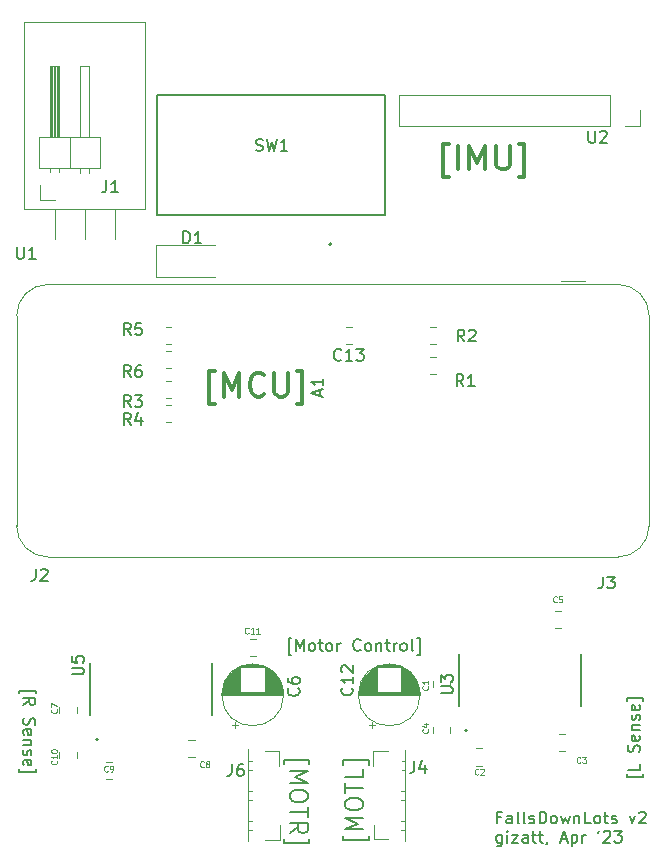
<source format=gbr>
%TF.GenerationSoftware,KiCad,Pcbnew,7.0.1*%
%TF.CreationDate,2023-04-02T16:12:04-04:00*%
%TF.ProjectId,board_v2,626f6172-645f-4763-922e-6b696361645f,rev?*%
%TF.SameCoordinates,Original*%
%TF.FileFunction,Legend,Top*%
%TF.FilePolarity,Positive*%
%FSLAX46Y46*%
G04 Gerber Fmt 4.6, Leading zero omitted, Abs format (unit mm)*
G04 Created by KiCad (PCBNEW 7.0.1) date 2023-04-02 16:12:04*
%MOMM*%
%LPD*%
G01*
G04 APERTURE LIST*
%ADD10C,0.150000*%
%ADD11C,0.200000*%
%ADD12C,0.300000*%
%ADD13C,0.100000*%
%ADD14C,0.120000*%
%ADD15C,0.127000*%
G04 APERTURE END LIST*
D10*
X141904069Y-122073986D02*
X141570736Y-122073986D01*
X141570736Y-122597796D02*
X141570736Y-121597796D01*
X141570736Y-121597796D02*
X142046926Y-121597796D01*
X142856450Y-122597796D02*
X142856450Y-122073986D01*
X142856450Y-122073986D02*
X142808831Y-121978748D01*
X142808831Y-121978748D02*
X142713593Y-121931129D01*
X142713593Y-121931129D02*
X142523117Y-121931129D01*
X142523117Y-121931129D02*
X142427879Y-121978748D01*
X142856450Y-122550177D02*
X142761212Y-122597796D01*
X142761212Y-122597796D02*
X142523117Y-122597796D01*
X142523117Y-122597796D02*
X142427879Y-122550177D01*
X142427879Y-122550177D02*
X142380260Y-122454938D01*
X142380260Y-122454938D02*
X142380260Y-122359700D01*
X142380260Y-122359700D02*
X142427879Y-122264462D01*
X142427879Y-122264462D02*
X142523117Y-122216843D01*
X142523117Y-122216843D02*
X142761212Y-122216843D01*
X142761212Y-122216843D02*
X142856450Y-122169224D01*
X143475498Y-122597796D02*
X143380260Y-122550177D01*
X143380260Y-122550177D02*
X143332641Y-122454938D01*
X143332641Y-122454938D02*
X143332641Y-121597796D01*
X143999308Y-122597796D02*
X143904070Y-122550177D01*
X143904070Y-122550177D02*
X143856451Y-122454938D01*
X143856451Y-122454938D02*
X143856451Y-121597796D01*
X144332642Y-122550177D02*
X144427880Y-122597796D01*
X144427880Y-122597796D02*
X144618356Y-122597796D01*
X144618356Y-122597796D02*
X144713594Y-122550177D01*
X144713594Y-122550177D02*
X144761213Y-122454938D01*
X144761213Y-122454938D02*
X144761213Y-122407319D01*
X144761213Y-122407319D02*
X144713594Y-122312081D01*
X144713594Y-122312081D02*
X144618356Y-122264462D01*
X144618356Y-122264462D02*
X144475499Y-122264462D01*
X144475499Y-122264462D02*
X144380261Y-122216843D01*
X144380261Y-122216843D02*
X144332642Y-122121605D01*
X144332642Y-122121605D02*
X144332642Y-122073986D01*
X144332642Y-122073986D02*
X144380261Y-121978748D01*
X144380261Y-121978748D02*
X144475499Y-121931129D01*
X144475499Y-121931129D02*
X144618356Y-121931129D01*
X144618356Y-121931129D02*
X144713594Y-121978748D01*
X145189785Y-122597796D02*
X145189785Y-121597796D01*
X145189785Y-121597796D02*
X145427880Y-121597796D01*
X145427880Y-121597796D02*
X145570737Y-121645415D01*
X145570737Y-121645415D02*
X145665975Y-121740653D01*
X145665975Y-121740653D02*
X145713594Y-121835891D01*
X145713594Y-121835891D02*
X145761213Y-122026367D01*
X145761213Y-122026367D02*
X145761213Y-122169224D01*
X145761213Y-122169224D02*
X145713594Y-122359700D01*
X145713594Y-122359700D02*
X145665975Y-122454938D01*
X145665975Y-122454938D02*
X145570737Y-122550177D01*
X145570737Y-122550177D02*
X145427880Y-122597796D01*
X145427880Y-122597796D02*
X145189785Y-122597796D01*
X146332642Y-122597796D02*
X146237404Y-122550177D01*
X146237404Y-122550177D02*
X146189785Y-122502557D01*
X146189785Y-122502557D02*
X146142166Y-122407319D01*
X146142166Y-122407319D02*
X146142166Y-122121605D01*
X146142166Y-122121605D02*
X146189785Y-122026367D01*
X146189785Y-122026367D02*
X146237404Y-121978748D01*
X146237404Y-121978748D02*
X146332642Y-121931129D01*
X146332642Y-121931129D02*
X146475499Y-121931129D01*
X146475499Y-121931129D02*
X146570737Y-121978748D01*
X146570737Y-121978748D02*
X146618356Y-122026367D01*
X146618356Y-122026367D02*
X146665975Y-122121605D01*
X146665975Y-122121605D02*
X146665975Y-122407319D01*
X146665975Y-122407319D02*
X146618356Y-122502557D01*
X146618356Y-122502557D02*
X146570737Y-122550177D01*
X146570737Y-122550177D02*
X146475499Y-122597796D01*
X146475499Y-122597796D02*
X146332642Y-122597796D01*
X146999309Y-121931129D02*
X147189785Y-122597796D01*
X147189785Y-122597796D02*
X147380261Y-122121605D01*
X147380261Y-122121605D02*
X147570737Y-122597796D01*
X147570737Y-122597796D02*
X147761213Y-121931129D01*
X148142166Y-121931129D02*
X148142166Y-122597796D01*
X148142166Y-122026367D02*
X148189785Y-121978748D01*
X148189785Y-121978748D02*
X148285023Y-121931129D01*
X148285023Y-121931129D02*
X148427880Y-121931129D01*
X148427880Y-121931129D02*
X148523118Y-121978748D01*
X148523118Y-121978748D02*
X148570737Y-122073986D01*
X148570737Y-122073986D02*
X148570737Y-122597796D01*
X149523118Y-122597796D02*
X149046928Y-122597796D01*
X149046928Y-122597796D02*
X149046928Y-121597796D01*
X149999309Y-122597796D02*
X149904071Y-122550177D01*
X149904071Y-122550177D02*
X149856452Y-122502557D01*
X149856452Y-122502557D02*
X149808833Y-122407319D01*
X149808833Y-122407319D02*
X149808833Y-122121605D01*
X149808833Y-122121605D02*
X149856452Y-122026367D01*
X149856452Y-122026367D02*
X149904071Y-121978748D01*
X149904071Y-121978748D02*
X149999309Y-121931129D01*
X149999309Y-121931129D02*
X150142166Y-121931129D01*
X150142166Y-121931129D02*
X150237404Y-121978748D01*
X150237404Y-121978748D02*
X150285023Y-122026367D01*
X150285023Y-122026367D02*
X150332642Y-122121605D01*
X150332642Y-122121605D02*
X150332642Y-122407319D01*
X150332642Y-122407319D02*
X150285023Y-122502557D01*
X150285023Y-122502557D02*
X150237404Y-122550177D01*
X150237404Y-122550177D02*
X150142166Y-122597796D01*
X150142166Y-122597796D02*
X149999309Y-122597796D01*
X150618357Y-121931129D02*
X150999309Y-121931129D01*
X150761214Y-121597796D02*
X150761214Y-122454938D01*
X150761214Y-122454938D02*
X150808833Y-122550177D01*
X150808833Y-122550177D02*
X150904071Y-122597796D01*
X150904071Y-122597796D02*
X150999309Y-122597796D01*
X151285024Y-122550177D02*
X151380262Y-122597796D01*
X151380262Y-122597796D02*
X151570738Y-122597796D01*
X151570738Y-122597796D02*
X151665976Y-122550177D01*
X151665976Y-122550177D02*
X151713595Y-122454938D01*
X151713595Y-122454938D02*
X151713595Y-122407319D01*
X151713595Y-122407319D02*
X151665976Y-122312081D01*
X151665976Y-122312081D02*
X151570738Y-122264462D01*
X151570738Y-122264462D02*
X151427881Y-122264462D01*
X151427881Y-122264462D02*
X151332643Y-122216843D01*
X151332643Y-122216843D02*
X151285024Y-122121605D01*
X151285024Y-122121605D02*
X151285024Y-122073986D01*
X151285024Y-122073986D02*
X151332643Y-121978748D01*
X151332643Y-121978748D02*
X151427881Y-121931129D01*
X151427881Y-121931129D02*
X151570738Y-121931129D01*
X151570738Y-121931129D02*
X151665976Y-121978748D01*
X152808834Y-121931129D02*
X153046929Y-122597796D01*
X153046929Y-122597796D02*
X153285024Y-121931129D01*
X153618358Y-121693034D02*
X153665977Y-121645415D01*
X153665977Y-121645415D02*
X153761215Y-121597796D01*
X153761215Y-121597796D02*
X153999310Y-121597796D01*
X153999310Y-121597796D02*
X154094548Y-121645415D01*
X154094548Y-121645415D02*
X154142167Y-121693034D01*
X154142167Y-121693034D02*
X154189786Y-121788272D01*
X154189786Y-121788272D02*
X154189786Y-121883510D01*
X154189786Y-121883510D02*
X154142167Y-122026367D01*
X154142167Y-122026367D02*
X153570739Y-122597796D01*
X153570739Y-122597796D02*
X154189786Y-122597796D01*
X141999307Y-123551129D02*
X141999307Y-124360653D01*
X141999307Y-124360653D02*
X141951688Y-124455891D01*
X141951688Y-124455891D02*
X141904069Y-124503510D01*
X141904069Y-124503510D02*
X141808831Y-124551129D01*
X141808831Y-124551129D02*
X141665974Y-124551129D01*
X141665974Y-124551129D02*
X141570736Y-124503510D01*
X141999307Y-124170177D02*
X141904069Y-124217796D01*
X141904069Y-124217796D02*
X141713593Y-124217796D01*
X141713593Y-124217796D02*
X141618355Y-124170177D01*
X141618355Y-124170177D02*
X141570736Y-124122557D01*
X141570736Y-124122557D02*
X141523117Y-124027319D01*
X141523117Y-124027319D02*
X141523117Y-123741605D01*
X141523117Y-123741605D02*
X141570736Y-123646367D01*
X141570736Y-123646367D02*
X141618355Y-123598748D01*
X141618355Y-123598748D02*
X141713593Y-123551129D01*
X141713593Y-123551129D02*
X141904069Y-123551129D01*
X141904069Y-123551129D02*
X141999307Y-123598748D01*
X142475498Y-124217796D02*
X142475498Y-123551129D01*
X142475498Y-123217796D02*
X142427879Y-123265415D01*
X142427879Y-123265415D02*
X142475498Y-123313034D01*
X142475498Y-123313034D02*
X142523117Y-123265415D01*
X142523117Y-123265415D02*
X142475498Y-123217796D01*
X142475498Y-123217796D02*
X142475498Y-123313034D01*
X142856450Y-123551129D02*
X143380259Y-123551129D01*
X143380259Y-123551129D02*
X142856450Y-124217796D01*
X142856450Y-124217796D02*
X143380259Y-124217796D01*
X144189783Y-124217796D02*
X144189783Y-123693986D01*
X144189783Y-123693986D02*
X144142164Y-123598748D01*
X144142164Y-123598748D02*
X144046926Y-123551129D01*
X144046926Y-123551129D02*
X143856450Y-123551129D01*
X143856450Y-123551129D02*
X143761212Y-123598748D01*
X144189783Y-124170177D02*
X144094545Y-124217796D01*
X144094545Y-124217796D02*
X143856450Y-124217796D01*
X143856450Y-124217796D02*
X143761212Y-124170177D01*
X143761212Y-124170177D02*
X143713593Y-124074938D01*
X143713593Y-124074938D02*
X143713593Y-123979700D01*
X143713593Y-123979700D02*
X143761212Y-123884462D01*
X143761212Y-123884462D02*
X143856450Y-123836843D01*
X143856450Y-123836843D02*
X144094545Y-123836843D01*
X144094545Y-123836843D02*
X144189783Y-123789224D01*
X144523117Y-123551129D02*
X144904069Y-123551129D01*
X144665974Y-123217796D02*
X144665974Y-124074938D01*
X144665974Y-124074938D02*
X144713593Y-124170177D01*
X144713593Y-124170177D02*
X144808831Y-124217796D01*
X144808831Y-124217796D02*
X144904069Y-124217796D01*
X145094546Y-123551129D02*
X145475498Y-123551129D01*
X145237403Y-123217796D02*
X145237403Y-124074938D01*
X145237403Y-124074938D02*
X145285022Y-124170177D01*
X145285022Y-124170177D02*
X145380260Y-124217796D01*
X145380260Y-124217796D02*
X145475498Y-124217796D01*
X145856451Y-124170177D02*
X145856451Y-124217796D01*
X145856451Y-124217796D02*
X145808832Y-124313034D01*
X145808832Y-124313034D02*
X145761213Y-124360653D01*
X146999308Y-123932081D02*
X147475498Y-123932081D01*
X146904070Y-124217796D02*
X147237403Y-123217796D01*
X147237403Y-123217796D02*
X147570736Y-124217796D01*
X147904070Y-123551129D02*
X147904070Y-124551129D01*
X147904070Y-123598748D02*
X147999308Y-123551129D01*
X147999308Y-123551129D02*
X148189784Y-123551129D01*
X148189784Y-123551129D02*
X148285022Y-123598748D01*
X148285022Y-123598748D02*
X148332641Y-123646367D01*
X148332641Y-123646367D02*
X148380260Y-123741605D01*
X148380260Y-123741605D02*
X148380260Y-124027319D01*
X148380260Y-124027319D02*
X148332641Y-124122557D01*
X148332641Y-124122557D02*
X148285022Y-124170177D01*
X148285022Y-124170177D02*
X148189784Y-124217796D01*
X148189784Y-124217796D02*
X147999308Y-124217796D01*
X147999308Y-124217796D02*
X147904070Y-124170177D01*
X148808832Y-124217796D02*
X148808832Y-123551129D01*
X148808832Y-123741605D02*
X148856451Y-123646367D01*
X148856451Y-123646367D02*
X148904070Y-123598748D01*
X148904070Y-123598748D02*
X148999308Y-123551129D01*
X148999308Y-123551129D02*
X149094546Y-123551129D01*
X150237404Y-123217796D02*
X150142166Y-123408272D01*
X150618356Y-123313034D02*
X150665975Y-123265415D01*
X150665975Y-123265415D02*
X150761213Y-123217796D01*
X150761213Y-123217796D02*
X150999308Y-123217796D01*
X150999308Y-123217796D02*
X151094546Y-123265415D01*
X151094546Y-123265415D02*
X151142165Y-123313034D01*
X151142165Y-123313034D02*
X151189784Y-123408272D01*
X151189784Y-123408272D02*
X151189784Y-123503510D01*
X151189784Y-123503510D02*
X151142165Y-123646367D01*
X151142165Y-123646367D02*
X150570737Y-124217796D01*
X150570737Y-124217796D02*
X151189784Y-124217796D01*
X151523118Y-123217796D02*
X152142165Y-123217796D01*
X152142165Y-123217796D02*
X151808832Y-123598748D01*
X151808832Y-123598748D02*
X151951689Y-123598748D01*
X151951689Y-123598748D02*
X152046927Y-123646367D01*
X152046927Y-123646367D02*
X152094546Y-123693986D01*
X152094546Y-123693986D02*
X152142165Y-123789224D01*
X152142165Y-123789224D02*
X152142165Y-124027319D01*
X152142165Y-124027319D02*
X152094546Y-124122557D01*
X152094546Y-124122557D02*
X152046927Y-124170177D01*
X152046927Y-124170177D02*
X151951689Y-124217796D01*
X151951689Y-124217796D02*
X151665975Y-124217796D01*
X151665975Y-124217796D02*
X151570737Y-124170177D01*
X151570737Y-124170177D02*
X151523118Y-124122557D01*
D11*
X124180978Y-108326578D02*
X123942883Y-108326578D01*
X123942883Y-108326578D02*
X123942883Y-106898006D01*
X123942883Y-106898006D02*
X124180978Y-106898006D01*
X124561931Y-107993245D02*
X124561931Y-106993245D01*
X124561931Y-106993245D02*
X124895264Y-107707530D01*
X124895264Y-107707530D02*
X125228597Y-106993245D01*
X125228597Y-106993245D02*
X125228597Y-107993245D01*
X125847645Y-107993245D02*
X125752407Y-107945626D01*
X125752407Y-107945626D02*
X125704788Y-107898006D01*
X125704788Y-107898006D02*
X125657169Y-107802768D01*
X125657169Y-107802768D02*
X125657169Y-107517054D01*
X125657169Y-107517054D02*
X125704788Y-107421816D01*
X125704788Y-107421816D02*
X125752407Y-107374197D01*
X125752407Y-107374197D02*
X125847645Y-107326578D01*
X125847645Y-107326578D02*
X125990502Y-107326578D01*
X125990502Y-107326578D02*
X126085740Y-107374197D01*
X126085740Y-107374197D02*
X126133359Y-107421816D01*
X126133359Y-107421816D02*
X126180978Y-107517054D01*
X126180978Y-107517054D02*
X126180978Y-107802768D01*
X126180978Y-107802768D02*
X126133359Y-107898006D01*
X126133359Y-107898006D02*
X126085740Y-107945626D01*
X126085740Y-107945626D02*
X125990502Y-107993245D01*
X125990502Y-107993245D02*
X125847645Y-107993245D01*
X126466693Y-107326578D02*
X126847645Y-107326578D01*
X126609550Y-106993245D02*
X126609550Y-107850387D01*
X126609550Y-107850387D02*
X126657169Y-107945626D01*
X126657169Y-107945626D02*
X126752407Y-107993245D01*
X126752407Y-107993245D02*
X126847645Y-107993245D01*
X127323836Y-107993245D02*
X127228598Y-107945626D01*
X127228598Y-107945626D02*
X127180979Y-107898006D01*
X127180979Y-107898006D02*
X127133360Y-107802768D01*
X127133360Y-107802768D02*
X127133360Y-107517054D01*
X127133360Y-107517054D02*
X127180979Y-107421816D01*
X127180979Y-107421816D02*
X127228598Y-107374197D01*
X127228598Y-107374197D02*
X127323836Y-107326578D01*
X127323836Y-107326578D02*
X127466693Y-107326578D01*
X127466693Y-107326578D02*
X127561931Y-107374197D01*
X127561931Y-107374197D02*
X127609550Y-107421816D01*
X127609550Y-107421816D02*
X127657169Y-107517054D01*
X127657169Y-107517054D02*
X127657169Y-107802768D01*
X127657169Y-107802768D02*
X127609550Y-107898006D01*
X127609550Y-107898006D02*
X127561931Y-107945626D01*
X127561931Y-107945626D02*
X127466693Y-107993245D01*
X127466693Y-107993245D02*
X127323836Y-107993245D01*
X128085741Y-107993245D02*
X128085741Y-107326578D01*
X128085741Y-107517054D02*
X128133360Y-107421816D01*
X128133360Y-107421816D02*
X128180979Y-107374197D01*
X128180979Y-107374197D02*
X128276217Y-107326578D01*
X128276217Y-107326578D02*
X128371455Y-107326578D01*
X130038122Y-107898006D02*
X129990503Y-107945626D01*
X129990503Y-107945626D02*
X129847646Y-107993245D01*
X129847646Y-107993245D02*
X129752408Y-107993245D01*
X129752408Y-107993245D02*
X129609551Y-107945626D01*
X129609551Y-107945626D02*
X129514313Y-107850387D01*
X129514313Y-107850387D02*
X129466694Y-107755149D01*
X129466694Y-107755149D02*
X129419075Y-107564673D01*
X129419075Y-107564673D02*
X129419075Y-107421816D01*
X129419075Y-107421816D02*
X129466694Y-107231340D01*
X129466694Y-107231340D02*
X129514313Y-107136102D01*
X129514313Y-107136102D02*
X129609551Y-107040864D01*
X129609551Y-107040864D02*
X129752408Y-106993245D01*
X129752408Y-106993245D02*
X129847646Y-106993245D01*
X129847646Y-106993245D02*
X129990503Y-107040864D01*
X129990503Y-107040864D02*
X130038122Y-107088483D01*
X130609551Y-107993245D02*
X130514313Y-107945626D01*
X130514313Y-107945626D02*
X130466694Y-107898006D01*
X130466694Y-107898006D02*
X130419075Y-107802768D01*
X130419075Y-107802768D02*
X130419075Y-107517054D01*
X130419075Y-107517054D02*
X130466694Y-107421816D01*
X130466694Y-107421816D02*
X130514313Y-107374197D01*
X130514313Y-107374197D02*
X130609551Y-107326578D01*
X130609551Y-107326578D02*
X130752408Y-107326578D01*
X130752408Y-107326578D02*
X130847646Y-107374197D01*
X130847646Y-107374197D02*
X130895265Y-107421816D01*
X130895265Y-107421816D02*
X130942884Y-107517054D01*
X130942884Y-107517054D02*
X130942884Y-107802768D01*
X130942884Y-107802768D02*
X130895265Y-107898006D01*
X130895265Y-107898006D02*
X130847646Y-107945626D01*
X130847646Y-107945626D02*
X130752408Y-107993245D01*
X130752408Y-107993245D02*
X130609551Y-107993245D01*
X131371456Y-107326578D02*
X131371456Y-107993245D01*
X131371456Y-107421816D02*
X131419075Y-107374197D01*
X131419075Y-107374197D02*
X131514313Y-107326578D01*
X131514313Y-107326578D02*
X131657170Y-107326578D01*
X131657170Y-107326578D02*
X131752408Y-107374197D01*
X131752408Y-107374197D02*
X131800027Y-107469435D01*
X131800027Y-107469435D02*
X131800027Y-107993245D01*
X132133361Y-107326578D02*
X132514313Y-107326578D01*
X132276218Y-106993245D02*
X132276218Y-107850387D01*
X132276218Y-107850387D02*
X132323837Y-107945626D01*
X132323837Y-107945626D02*
X132419075Y-107993245D01*
X132419075Y-107993245D02*
X132514313Y-107993245D01*
X132847647Y-107993245D02*
X132847647Y-107326578D01*
X132847647Y-107517054D02*
X132895266Y-107421816D01*
X132895266Y-107421816D02*
X132942885Y-107374197D01*
X132942885Y-107374197D02*
X133038123Y-107326578D01*
X133038123Y-107326578D02*
X133133361Y-107326578D01*
X133609552Y-107993245D02*
X133514314Y-107945626D01*
X133514314Y-107945626D02*
X133466695Y-107898006D01*
X133466695Y-107898006D02*
X133419076Y-107802768D01*
X133419076Y-107802768D02*
X133419076Y-107517054D01*
X133419076Y-107517054D02*
X133466695Y-107421816D01*
X133466695Y-107421816D02*
X133514314Y-107374197D01*
X133514314Y-107374197D02*
X133609552Y-107326578D01*
X133609552Y-107326578D02*
X133752409Y-107326578D01*
X133752409Y-107326578D02*
X133847647Y-107374197D01*
X133847647Y-107374197D02*
X133895266Y-107421816D01*
X133895266Y-107421816D02*
X133942885Y-107517054D01*
X133942885Y-107517054D02*
X133942885Y-107802768D01*
X133942885Y-107802768D02*
X133895266Y-107898006D01*
X133895266Y-107898006D02*
X133847647Y-107945626D01*
X133847647Y-107945626D02*
X133752409Y-107993245D01*
X133752409Y-107993245D02*
X133609552Y-107993245D01*
X134514314Y-107993245D02*
X134419076Y-107945626D01*
X134419076Y-107945626D02*
X134371457Y-107850387D01*
X134371457Y-107850387D02*
X134371457Y-106993245D01*
X134800029Y-108326578D02*
X135038124Y-108326578D01*
X135038124Y-108326578D02*
X135038124Y-106898006D01*
X135038124Y-106898006D02*
X134800029Y-106898006D01*
X153989126Y-118448335D02*
X153989126Y-118686430D01*
X153989126Y-118686430D02*
X152560554Y-118686430D01*
X152560554Y-118686430D02*
X152560554Y-118448335D01*
X153655793Y-117591192D02*
X153655793Y-118067382D01*
X153655793Y-118067382D02*
X152655793Y-118067382D01*
X153608174Y-116543572D02*
X153655793Y-116400715D01*
X153655793Y-116400715D02*
X153655793Y-116162620D01*
X153655793Y-116162620D02*
X153608174Y-116067382D01*
X153608174Y-116067382D02*
X153560554Y-116019763D01*
X153560554Y-116019763D02*
X153465316Y-115972144D01*
X153465316Y-115972144D02*
X153370078Y-115972144D01*
X153370078Y-115972144D02*
X153274840Y-116019763D01*
X153274840Y-116019763D02*
X153227221Y-116067382D01*
X153227221Y-116067382D02*
X153179602Y-116162620D01*
X153179602Y-116162620D02*
X153131983Y-116353096D01*
X153131983Y-116353096D02*
X153084364Y-116448334D01*
X153084364Y-116448334D02*
X153036745Y-116495953D01*
X153036745Y-116495953D02*
X152941507Y-116543572D01*
X152941507Y-116543572D02*
X152846269Y-116543572D01*
X152846269Y-116543572D02*
X152751031Y-116495953D01*
X152751031Y-116495953D02*
X152703412Y-116448334D01*
X152703412Y-116448334D02*
X152655793Y-116353096D01*
X152655793Y-116353096D02*
X152655793Y-116115001D01*
X152655793Y-116115001D02*
X152703412Y-115972144D01*
X153608174Y-115162620D02*
X153655793Y-115257858D01*
X153655793Y-115257858D02*
X153655793Y-115448334D01*
X153655793Y-115448334D02*
X153608174Y-115543572D01*
X153608174Y-115543572D02*
X153512935Y-115591191D01*
X153512935Y-115591191D02*
X153131983Y-115591191D01*
X153131983Y-115591191D02*
X153036745Y-115543572D01*
X153036745Y-115543572D02*
X152989126Y-115448334D01*
X152989126Y-115448334D02*
X152989126Y-115257858D01*
X152989126Y-115257858D02*
X153036745Y-115162620D01*
X153036745Y-115162620D02*
X153131983Y-115115001D01*
X153131983Y-115115001D02*
X153227221Y-115115001D01*
X153227221Y-115115001D02*
X153322459Y-115591191D01*
X152989126Y-114686429D02*
X153655793Y-114686429D01*
X153084364Y-114686429D02*
X153036745Y-114638810D01*
X153036745Y-114638810D02*
X152989126Y-114543572D01*
X152989126Y-114543572D02*
X152989126Y-114400715D01*
X152989126Y-114400715D02*
X153036745Y-114305477D01*
X153036745Y-114305477D02*
X153131983Y-114257858D01*
X153131983Y-114257858D02*
X153655793Y-114257858D01*
X153608174Y-113829286D02*
X153655793Y-113734048D01*
X153655793Y-113734048D02*
X153655793Y-113543572D01*
X153655793Y-113543572D02*
X153608174Y-113448334D01*
X153608174Y-113448334D02*
X153512935Y-113400715D01*
X153512935Y-113400715D02*
X153465316Y-113400715D01*
X153465316Y-113400715D02*
X153370078Y-113448334D01*
X153370078Y-113448334D02*
X153322459Y-113543572D01*
X153322459Y-113543572D02*
X153322459Y-113686429D01*
X153322459Y-113686429D02*
X153274840Y-113781667D01*
X153274840Y-113781667D02*
X153179602Y-113829286D01*
X153179602Y-113829286D02*
X153131983Y-113829286D01*
X153131983Y-113829286D02*
X153036745Y-113781667D01*
X153036745Y-113781667D02*
X152989126Y-113686429D01*
X152989126Y-113686429D02*
X152989126Y-113543572D01*
X152989126Y-113543572D02*
X153036745Y-113448334D01*
X153608174Y-112591191D02*
X153655793Y-112686429D01*
X153655793Y-112686429D02*
X153655793Y-112876905D01*
X153655793Y-112876905D02*
X153608174Y-112972143D01*
X153608174Y-112972143D02*
X153512935Y-113019762D01*
X153512935Y-113019762D02*
X153131983Y-113019762D01*
X153131983Y-113019762D02*
X153036745Y-112972143D01*
X153036745Y-112972143D02*
X152989126Y-112876905D01*
X152989126Y-112876905D02*
X152989126Y-112686429D01*
X152989126Y-112686429D02*
X153036745Y-112591191D01*
X153036745Y-112591191D02*
X153131983Y-112543572D01*
X153131983Y-112543572D02*
X153227221Y-112543572D01*
X153227221Y-112543572D02*
X153322459Y-113019762D01*
X153989126Y-112210238D02*
X153989126Y-111972143D01*
X153989126Y-111972143D02*
X152560554Y-111972143D01*
X152560554Y-111972143D02*
X152560554Y-112210238D01*
D12*
X137535112Y-67894780D02*
X137058921Y-67894780D01*
X137058921Y-67894780D02*
X137058921Y-65037637D01*
X137058921Y-65037637D02*
X137535112Y-65037637D01*
X138297016Y-67228114D02*
X138297016Y-65228114D01*
X139249397Y-67228114D02*
X139249397Y-65228114D01*
X139249397Y-65228114D02*
X139916064Y-66656685D01*
X139916064Y-66656685D02*
X140582730Y-65228114D01*
X140582730Y-65228114D02*
X140582730Y-67228114D01*
X141535111Y-65228114D02*
X141535111Y-66847161D01*
X141535111Y-66847161D02*
X141630349Y-67037637D01*
X141630349Y-67037637D02*
X141725587Y-67132876D01*
X141725587Y-67132876D02*
X141916063Y-67228114D01*
X141916063Y-67228114D02*
X142297016Y-67228114D01*
X142297016Y-67228114D02*
X142487492Y-67132876D01*
X142487492Y-67132876D02*
X142582730Y-67037637D01*
X142582730Y-67037637D02*
X142677968Y-66847161D01*
X142677968Y-66847161D02*
X142677968Y-65228114D01*
X143439873Y-67894780D02*
X143916063Y-67894780D01*
X143916063Y-67894780D02*
X143916063Y-65037637D01*
X143916063Y-65037637D02*
X143439873Y-65037637D01*
D11*
X101153412Y-111598566D02*
X101153412Y-111360471D01*
X101153412Y-111360471D02*
X102581984Y-111360471D01*
X102581984Y-111360471D02*
X102581984Y-111598566D01*
X101486745Y-112550947D02*
X101962936Y-112217614D01*
X101486745Y-111979519D02*
X102486745Y-111979519D01*
X102486745Y-111979519D02*
X102486745Y-112360471D01*
X102486745Y-112360471D02*
X102439126Y-112455709D01*
X102439126Y-112455709D02*
X102391507Y-112503328D01*
X102391507Y-112503328D02*
X102296269Y-112550947D01*
X102296269Y-112550947D02*
X102153412Y-112550947D01*
X102153412Y-112550947D02*
X102058174Y-112503328D01*
X102058174Y-112503328D02*
X102010555Y-112455709D01*
X102010555Y-112455709D02*
X101962936Y-112360471D01*
X101962936Y-112360471D02*
X101962936Y-111979519D01*
X101534365Y-113693805D02*
X101486745Y-113836662D01*
X101486745Y-113836662D02*
X101486745Y-114074757D01*
X101486745Y-114074757D02*
X101534365Y-114169995D01*
X101534365Y-114169995D02*
X101581984Y-114217614D01*
X101581984Y-114217614D02*
X101677222Y-114265233D01*
X101677222Y-114265233D02*
X101772460Y-114265233D01*
X101772460Y-114265233D02*
X101867698Y-114217614D01*
X101867698Y-114217614D02*
X101915317Y-114169995D01*
X101915317Y-114169995D02*
X101962936Y-114074757D01*
X101962936Y-114074757D02*
X102010555Y-113884281D01*
X102010555Y-113884281D02*
X102058174Y-113789043D01*
X102058174Y-113789043D02*
X102105793Y-113741424D01*
X102105793Y-113741424D02*
X102201031Y-113693805D01*
X102201031Y-113693805D02*
X102296269Y-113693805D01*
X102296269Y-113693805D02*
X102391507Y-113741424D01*
X102391507Y-113741424D02*
X102439126Y-113789043D01*
X102439126Y-113789043D02*
X102486745Y-113884281D01*
X102486745Y-113884281D02*
X102486745Y-114122376D01*
X102486745Y-114122376D02*
X102439126Y-114265233D01*
X101534365Y-115074757D02*
X101486745Y-114979519D01*
X101486745Y-114979519D02*
X101486745Y-114789043D01*
X101486745Y-114789043D02*
X101534365Y-114693805D01*
X101534365Y-114693805D02*
X101629603Y-114646186D01*
X101629603Y-114646186D02*
X102010555Y-114646186D01*
X102010555Y-114646186D02*
X102105793Y-114693805D01*
X102105793Y-114693805D02*
X102153412Y-114789043D01*
X102153412Y-114789043D02*
X102153412Y-114979519D01*
X102153412Y-114979519D02*
X102105793Y-115074757D01*
X102105793Y-115074757D02*
X102010555Y-115122376D01*
X102010555Y-115122376D02*
X101915317Y-115122376D01*
X101915317Y-115122376D02*
X101820079Y-114646186D01*
X102153412Y-115550948D02*
X101486745Y-115550948D01*
X102058174Y-115550948D02*
X102105793Y-115598567D01*
X102105793Y-115598567D02*
X102153412Y-115693805D01*
X102153412Y-115693805D02*
X102153412Y-115836662D01*
X102153412Y-115836662D02*
X102105793Y-115931900D01*
X102105793Y-115931900D02*
X102010555Y-115979519D01*
X102010555Y-115979519D02*
X101486745Y-115979519D01*
X101534365Y-116408091D02*
X101486745Y-116503329D01*
X101486745Y-116503329D02*
X101486745Y-116693805D01*
X101486745Y-116693805D02*
X101534365Y-116789043D01*
X101534365Y-116789043D02*
X101629603Y-116836662D01*
X101629603Y-116836662D02*
X101677222Y-116836662D01*
X101677222Y-116836662D02*
X101772460Y-116789043D01*
X101772460Y-116789043D02*
X101820079Y-116693805D01*
X101820079Y-116693805D02*
X101820079Y-116550948D01*
X101820079Y-116550948D02*
X101867698Y-116455710D01*
X101867698Y-116455710D02*
X101962936Y-116408091D01*
X101962936Y-116408091D02*
X102010555Y-116408091D01*
X102010555Y-116408091D02*
X102105793Y-116455710D01*
X102105793Y-116455710D02*
X102153412Y-116550948D01*
X102153412Y-116550948D02*
X102153412Y-116693805D01*
X102153412Y-116693805D02*
X102105793Y-116789043D01*
X101534365Y-117646186D02*
X101486745Y-117550948D01*
X101486745Y-117550948D02*
X101486745Y-117360472D01*
X101486745Y-117360472D02*
X101534365Y-117265234D01*
X101534365Y-117265234D02*
X101629603Y-117217615D01*
X101629603Y-117217615D02*
X102010555Y-117217615D01*
X102010555Y-117217615D02*
X102105793Y-117265234D01*
X102105793Y-117265234D02*
X102153412Y-117360472D01*
X102153412Y-117360472D02*
X102153412Y-117550948D01*
X102153412Y-117550948D02*
X102105793Y-117646186D01*
X102105793Y-117646186D02*
X102010555Y-117693805D01*
X102010555Y-117693805D02*
X101915317Y-117693805D01*
X101915317Y-117693805D02*
X101820079Y-117217615D01*
X101153412Y-118027139D02*
X101153412Y-118265234D01*
X101153412Y-118265234D02*
X102581984Y-118265234D01*
X102581984Y-118265234D02*
X102581984Y-118027139D01*
D12*
X117689901Y-87128555D02*
X117213710Y-87128555D01*
X117213710Y-87128555D02*
X117213710Y-84271412D01*
X117213710Y-84271412D02*
X117689901Y-84271412D01*
X118451805Y-86461889D02*
X118451805Y-84461889D01*
X118451805Y-84461889D02*
X119118472Y-85890460D01*
X119118472Y-85890460D02*
X119785138Y-84461889D01*
X119785138Y-84461889D02*
X119785138Y-86461889D01*
X121880376Y-86271412D02*
X121785138Y-86366651D01*
X121785138Y-86366651D02*
X121499424Y-86461889D01*
X121499424Y-86461889D02*
X121308948Y-86461889D01*
X121308948Y-86461889D02*
X121023233Y-86366651D01*
X121023233Y-86366651D02*
X120832757Y-86176174D01*
X120832757Y-86176174D02*
X120737519Y-85985698D01*
X120737519Y-85985698D02*
X120642281Y-85604746D01*
X120642281Y-85604746D02*
X120642281Y-85319031D01*
X120642281Y-85319031D02*
X120737519Y-84938079D01*
X120737519Y-84938079D02*
X120832757Y-84747603D01*
X120832757Y-84747603D02*
X121023233Y-84557127D01*
X121023233Y-84557127D02*
X121308948Y-84461889D01*
X121308948Y-84461889D02*
X121499424Y-84461889D01*
X121499424Y-84461889D02*
X121785138Y-84557127D01*
X121785138Y-84557127D02*
X121880376Y-84652365D01*
X122737519Y-84461889D02*
X122737519Y-86080936D01*
X122737519Y-86080936D02*
X122832757Y-86271412D01*
X122832757Y-86271412D02*
X122927995Y-86366651D01*
X122927995Y-86366651D02*
X123118471Y-86461889D01*
X123118471Y-86461889D02*
X123499424Y-86461889D01*
X123499424Y-86461889D02*
X123689900Y-86366651D01*
X123689900Y-86366651D02*
X123785138Y-86271412D01*
X123785138Y-86271412D02*
X123880376Y-86080936D01*
X123880376Y-86080936D02*
X123880376Y-84461889D01*
X124642281Y-87128555D02*
X125118471Y-87128555D01*
X125118471Y-87128555D02*
X125118471Y-84271412D01*
X125118471Y-84271412D02*
X124642281Y-84271412D01*
D13*
%TO.C,C5*%
X146652496Y-103835800D02*
X146628687Y-103859610D01*
X146628687Y-103859610D02*
X146557258Y-103883419D01*
X146557258Y-103883419D02*
X146509639Y-103883419D01*
X146509639Y-103883419D02*
X146438211Y-103859610D01*
X146438211Y-103859610D02*
X146390592Y-103811990D01*
X146390592Y-103811990D02*
X146366782Y-103764371D01*
X146366782Y-103764371D02*
X146342973Y-103669133D01*
X146342973Y-103669133D02*
X146342973Y-103597705D01*
X146342973Y-103597705D02*
X146366782Y-103502467D01*
X146366782Y-103502467D02*
X146390592Y-103454848D01*
X146390592Y-103454848D02*
X146438211Y-103407229D01*
X146438211Y-103407229D02*
X146509639Y-103383419D01*
X146509639Y-103383419D02*
X146557258Y-103383419D01*
X146557258Y-103383419D02*
X146628687Y-103407229D01*
X146628687Y-103407229D02*
X146652496Y-103431038D01*
X147104877Y-103383419D02*
X146866782Y-103383419D01*
X146866782Y-103383419D02*
X146842973Y-103621514D01*
X146842973Y-103621514D02*
X146866782Y-103597705D01*
X146866782Y-103597705D02*
X146914401Y-103573895D01*
X146914401Y-103573895D02*
X147033449Y-103573895D01*
X147033449Y-103573895D02*
X147081068Y-103597705D01*
X147081068Y-103597705D02*
X147104877Y-103621514D01*
X147104877Y-103621514D02*
X147128687Y-103669133D01*
X147128687Y-103669133D02*
X147128687Y-103788181D01*
X147128687Y-103788181D02*
X147104877Y-103835800D01*
X147104877Y-103835800D02*
X147081068Y-103859610D01*
X147081068Y-103859610D02*
X147033449Y-103883419D01*
X147033449Y-103883419D02*
X146914401Y-103883419D01*
X146914401Y-103883419D02*
X146866782Y-103859610D01*
X146866782Y-103859610D02*
X146842973Y-103835800D01*
D10*
%TO.C,C12*%
X129297780Y-111132857D02*
X129345400Y-111180476D01*
X129345400Y-111180476D02*
X129393019Y-111323333D01*
X129393019Y-111323333D02*
X129393019Y-111418571D01*
X129393019Y-111418571D02*
X129345400Y-111561428D01*
X129345400Y-111561428D02*
X129250161Y-111656666D01*
X129250161Y-111656666D02*
X129154923Y-111704285D01*
X129154923Y-111704285D02*
X128964447Y-111751904D01*
X128964447Y-111751904D02*
X128821590Y-111751904D01*
X128821590Y-111751904D02*
X128631114Y-111704285D01*
X128631114Y-111704285D02*
X128535876Y-111656666D01*
X128535876Y-111656666D02*
X128440638Y-111561428D01*
X128440638Y-111561428D02*
X128393019Y-111418571D01*
X128393019Y-111418571D02*
X128393019Y-111323333D01*
X128393019Y-111323333D02*
X128440638Y-111180476D01*
X128440638Y-111180476D02*
X128488257Y-111132857D01*
X129393019Y-110180476D02*
X129393019Y-110751904D01*
X129393019Y-110466190D02*
X128393019Y-110466190D01*
X128393019Y-110466190D02*
X128535876Y-110561428D01*
X128535876Y-110561428D02*
X128631114Y-110656666D01*
X128631114Y-110656666D02*
X128678733Y-110751904D01*
X128488257Y-109799523D02*
X128440638Y-109751904D01*
X128440638Y-109751904D02*
X128393019Y-109656666D01*
X128393019Y-109656666D02*
X128393019Y-109418571D01*
X128393019Y-109418571D02*
X128440638Y-109323333D01*
X128440638Y-109323333D02*
X128488257Y-109275714D01*
X128488257Y-109275714D02*
X128583495Y-109228095D01*
X128583495Y-109228095D02*
X128678733Y-109228095D01*
X128678733Y-109228095D02*
X128821590Y-109275714D01*
X128821590Y-109275714D02*
X129393019Y-109847142D01*
X129393019Y-109847142D02*
X129393019Y-109228095D01*
D13*
%TO.C,C9*%
X108628666Y-118166690D02*
X108604857Y-118190500D01*
X108604857Y-118190500D02*
X108533428Y-118214309D01*
X108533428Y-118214309D02*
X108485809Y-118214309D01*
X108485809Y-118214309D02*
X108414381Y-118190500D01*
X108414381Y-118190500D02*
X108366762Y-118142880D01*
X108366762Y-118142880D02*
X108342952Y-118095261D01*
X108342952Y-118095261D02*
X108319143Y-118000023D01*
X108319143Y-118000023D02*
X108319143Y-117928595D01*
X108319143Y-117928595D02*
X108342952Y-117833357D01*
X108342952Y-117833357D02*
X108366762Y-117785738D01*
X108366762Y-117785738D02*
X108414381Y-117738119D01*
X108414381Y-117738119D02*
X108485809Y-117714309D01*
X108485809Y-117714309D02*
X108533428Y-117714309D01*
X108533428Y-117714309D02*
X108604857Y-117738119D01*
X108604857Y-117738119D02*
X108628666Y-117761928D01*
X108866762Y-118214309D02*
X108962000Y-118214309D01*
X108962000Y-118214309D02*
X109009619Y-118190500D01*
X109009619Y-118190500D02*
X109033428Y-118166690D01*
X109033428Y-118166690D02*
X109081047Y-118095261D01*
X109081047Y-118095261D02*
X109104857Y-118000023D01*
X109104857Y-118000023D02*
X109104857Y-117809547D01*
X109104857Y-117809547D02*
X109081047Y-117761928D01*
X109081047Y-117761928D02*
X109057238Y-117738119D01*
X109057238Y-117738119D02*
X109009619Y-117714309D01*
X109009619Y-117714309D02*
X108914381Y-117714309D01*
X108914381Y-117714309D02*
X108866762Y-117738119D01*
X108866762Y-117738119D02*
X108842952Y-117761928D01*
X108842952Y-117761928D02*
X108819143Y-117809547D01*
X108819143Y-117809547D02*
X108819143Y-117928595D01*
X108819143Y-117928595D02*
X108842952Y-117976214D01*
X108842952Y-117976214D02*
X108866762Y-118000023D01*
X108866762Y-118000023D02*
X108914381Y-118023833D01*
X108914381Y-118023833D02*
X109009619Y-118023833D01*
X109009619Y-118023833D02*
X109057238Y-118000023D01*
X109057238Y-118000023D02*
X109081047Y-117976214D01*
X109081047Y-117976214D02*
X109104857Y-117928595D01*
D10*
%TO.C,J2*%
X102536666Y-101062619D02*
X102536666Y-101776904D01*
X102536666Y-101776904D02*
X102489047Y-101919761D01*
X102489047Y-101919761D02*
X102393809Y-102015000D01*
X102393809Y-102015000D02*
X102250952Y-102062619D01*
X102250952Y-102062619D02*
X102155714Y-102062619D01*
X102965238Y-101157857D02*
X103012857Y-101110238D01*
X103012857Y-101110238D02*
X103108095Y-101062619D01*
X103108095Y-101062619D02*
X103346190Y-101062619D01*
X103346190Y-101062619D02*
X103441428Y-101110238D01*
X103441428Y-101110238D02*
X103489047Y-101157857D01*
X103489047Y-101157857D02*
X103536666Y-101253095D01*
X103536666Y-101253095D02*
X103536666Y-101348333D01*
X103536666Y-101348333D02*
X103489047Y-101491190D01*
X103489047Y-101491190D02*
X102917619Y-102062619D01*
X102917619Y-102062619D02*
X103536666Y-102062619D01*
%TO.C,R1*%
X138750168Y-85582964D02*
X138416835Y-85106773D01*
X138178740Y-85582964D02*
X138178740Y-84582964D01*
X138178740Y-84582964D02*
X138559692Y-84582964D01*
X138559692Y-84582964D02*
X138654930Y-84630583D01*
X138654930Y-84630583D02*
X138702549Y-84678202D01*
X138702549Y-84678202D02*
X138750168Y-84773440D01*
X138750168Y-84773440D02*
X138750168Y-84916297D01*
X138750168Y-84916297D02*
X138702549Y-85011535D01*
X138702549Y-85011535D02*
X138654930Y-85059154D01*
X138654930Y-85059154D02*
X138559692Y-85106773D01*
X138559692Y-85106773D02*
X138178740Y-85106773D01*
X139702549Y-85582964D02*
X139131121Y-85582964D01*
X139416835Y-85582964D02*
X139416835Y-84582964D01*
X139416835Y-84582964D02*
X139321597Y-84725821D01*
X139321597Y-84725821D02*
X139226359Y-84821059D01*
X139226359Y-84821059D02*
X139131121Y-84868678D01*
%TO.C,U2*%
X149334775Y-63970632D02*
X149334775Y-64780155D01*
X149334775Y-64780155D02*
X149382394Y-64875393D01*
X149382394Y-64875393D02*
X149430013Y-64923013D01*
X149430013Y-64923013D02*
X149525251Y-64970632D01*
X149525251Y-64970632D02*
X149715727Y-64970632D01*
X149715727Y-64970632D02*
X149810965Y-64923013D01*
X149810965Y-64923013D02*
X149858584Y-64875393D01*
X149858584Y-64875393D02*
X149906203Y-64780155D01*
X149906203Y-64780155D02*
X149906203Y-63970632D01*
X150334775Y-64065870D02*
X150382394Y-64018251D01*
X150382394Y-64018251D02*
X150477632Y-63970632D01*
X150477632Y-63970632D02*
X150715727Y-63970632D01*
X150715727Y-63970632D02*
X150810965Y-64018251D01*
X150810965Y-64018251D02*
X150858584Y-64065870D01*
X150858584Y-64065870D02*
X150906203Y-64161108D01*
X150906203Y-64161108D02*
X150906203Y-64256346D01*
X150906203Y-64256346D02*
X150858584Y-64399203D01*
X150858584Y-64399203D02*
X150287156Y-64970632D01*
X150287156Y-64970632D02*
X150906203Y-64970632D01*
D13*
%TO.C,C2*%
X139997666Y-118420690D02*
X139973857Y-118444500D01*
X139973857Y-118444500D02*
X139902428Y-118468309D01*
X139902428Y-118468309D02*
X139854809Y-118468309D01*
X139854809Y-118468309D02*
X139783381Y-118444500D01*
X139783381Y-118444500D02*
X139735762Y-118396880D01*
X139735762Y-118396880D02*
X139711952Y-118349261D01*
X139711952Y-118349261D02*
X139688143Y-118254023D01*
X139688143Y-118254023D02*
X139688143Y-118182595D01*
X139688143Y-118182595D02*
X139711952Y-118087357D01*
X139711952Y-118087357D02*
X139735762Y-118039738D01*
X139735762Y-118039738D02*
X139783381Y-117992119D01*
X139783381Y-117992119D02*
X139854809Y-117968309D01*
X139854809Y-117968309D02*
X139902428Y-117968309D01*
X139902428Y-117968309D02*
X139973857Y-117992119D01*
X139973857Y-117992119D02*
X139997666Y-118015928D01*
X140188143Y-118015928D02*
X140211952Y-117992119D01*
X140211952Y-117992119D02*
X140259571Y-117968309D01*
X140259571Y-117968309D02*
X140378619Y-117968309D01*
X140378619Y-117968309D02*
X140426238Y-117992119D01*
X140426238Y-117992119D02*
X140450047Y-118015928D01*
X140450047Y-118015928D02*
X140473857Y-118063547D01*
X140473857Y-118063547D02*
X140473857Y-118111166D01*
X140473857Y-118111166D02*
X140450047Y-118182595D01*
X140450047Y-118182595D02*
X140164333Y-118468309D01*
X140164333Y-118468309D02*
X140473857Y-118468309D01*
D10*
%TO.C,C6*%
X124776580Y-111164666D02*
X124824200Y-111212285D01*
X124824200Y-111212285D02*
X124871819Y-111355142D01*
X124871819Y-111355142D02*
X124871819Y-111450380D01*
X124871819Y-111450380D02*
X124824200Y-111593237D01*
X124824200Y-111593237D02*
X124728961Y-111688475D01*
X124728961Y-111688475D02*
X124633723Y-111736094D01*
X124633723Y-111736094D02*
X124443247Y-111783713D01*
X124443247Y-111783713D02*
X124300390Y-111783713D01*
X124300390Y-111783713D02*
X124109914Y-111736094D01*
X124109914Y-111736094D02*
X124014676Y-111688475D01*
X124014676Y-111688475D02*
X123919438Y-111593237D01*
X123919438Y-111593237D02*
X123871819Y-111450380D01*
X123871819Y-111450380D02*
X123871819Y-111355142D01*
X123871819Y-111355142D02*
X123919438Y-111212285D01*
X123919438Y-111212285D02*
X123967057Y-111164666D01*
X123871819Y-110307523D02*
X123871819Y-110497999D01*
X123871819Y-110497999D02*
X123919438Y-110593237D01*
X123919438Y-110593237D02*
X123967057Y-110640856D01*
X123967057Y-110640856D02*
X124109914Y-110736094D01*
X124109914Y-110736094D02*
X124300390Y-110783713D01*
X124300390Y-110783713D02*
X124681342Y-110783713D01*
X124681342Y-110783713D02*
X124776580Y-110736094D01*
X124776580Y-110736094D02*
X124824200Y-110688475D01*
X124824200Y-110688475D02*
X124871819Y-110593237D01*
X124871819Y-110593237D02*
X124871819Y-110402761D01*
X124871819Y-110402761D02*
X124824200Y-110307523D01*
X124824200Y-110307523D02*
X124776580Y-110259904D01*
X124776580Y-110259904D02*
X124681342Y-110212285D01*
X124681342Y-110212285D02*
X124443247Y-110212285D01*
X124443247Y-110212285D02*
X124348009Y-110259904D01*
X124348009Y-110259904D02*
X124300390Y-110307523D01*
X124300390Y-110307523D02*
X124252771Y-110402761D01*
X124252771Y-110402761D02*
X124252771Y-110593237D01*
X124252771Y-110593237D02*
X124300390Y-110688475D01*
X124300390Y-110688475D02*
X124348009Y-110736094D01*
X124348009Y-110736094D02*
X124443247Y-110783713D01*
D13*
%TO.C,C3*%
X148659066Y-117430090D02*
X148635257Y-117453900D01*
X148635257Y-117453900D02*
X148563828Y-117477709D01*
X148563828Y-117477709D02*
X148516209Y-117477709D01*
X148516209Y-117477709D02*
X148444781Y-117453900D01*
X148444781Y-117453900D02*
X148397162Y-117406280D01*
X148397162Y-117406280D02*
X148373352Y-117358661D01*
X148373352Y-117358661D02*
X148349543Y-117263423D01*
X148349543Y-117263423D02*
X148349543Y-117191995D01*
X148349543Y-117191995D02*
X148373352Y-117096757D01*
X148373352Y-117096757D02*
X148397162Y-117049138D01*
X148397162Y-117049138D02*
X148444781Y-117001519D01*
X148444781Y-117001519D02*
X148516209Y-116977709D01*
X148516209Y-116977709D02*
X148563828Y-116977709D01*
X148563828Y-116977709D02*
X148635257Y-117001519D01*
X148635257Y-117001519D02*
X148659066Y-117025328D01*
X148825733Y-116977709D02*
X149135257Y-116977709D01*
X149135257Y-116977709D02*
X148968590Y-117168185D01*
X148968590Y-117168185D02*
X149040019Y-117168185D01*
X149040019Y-117168185D02*
X149087638Y-117191995D01*
X149087638Y-117191995D02*
X149111447Y-117215804D01*
X149111447Y-117215804D02*
X149135257Y-117263423D01*
X149135257Y-117263423D02*
X149135257Y-117382471D01*
X149135257Y-117382471D02*
X149111447Y-117430090D01*
X149111447Y-117430090D02*
X149087638Y-117453900D01*
X149087638Y-117453900D02*
X149040019Y-117477709D01*
X149040019Y-117477709D02*
X148897162Y-117477709D01*
X148897162Y-117477709D02*
X148849543Y-117453900D01*
X148849543Y-117453900D02*
X148825733Y-117430090D01*
D10*
%TO.C,J1*%
X108520991Y-68157179D02*
X108520991Y-68871464D01*
X108520991Y-68871464D02*
X108473372Y-69014321D01*
X108473372Y-69014321D02*
X108378134Y-69109560D01*
X108378134Y-69109560D02*
X108235277Y-69157179D01*
X108235277Y-69157179D02*
X108140039Y-69157179D01*
X109520991Y-69157179D02*
X108949563Y-69157179D01*
X109235277Y-69157179D02*
X109235277Y-68157179D01*
X109235277Y-68157179D02*
X109140039Y-68300036D01*
X109140039Y-68300036D02*
X109044801Y-68395274D01*
X109044801Y-68395274D02*
X108949563Y-68442893D01*
D13*
%TO.C,C10*%
X104298290Y-117288428D02*
X104322100Y-117312237D01*
X104322100Y-117312237D02*
X104345909Y-117383666D01*
X104345909Y-117383666D02*
X104345909Y-117431285D01*
X104345909Y-117431285D02*
X104322100Y-117502713D01*
X104322100Y-117502713D02*
X104274480Y-117550332D01*
X104274480Y-117550332D02*
X104226861Y-117574142D01*
X104226861Y-117574142D02*
X104131623Y-117597951D01*
X104131623Y-117597951D02*
X104060195Y-117597951D01*
X104060195Y-117597951D02*
X103964957Y-117574142D01*
X103964957Y-117574142D02*
X103917338Y-117550332D01*
X103917338Y-117550332D02*
X103869719Y-117502713D01*
X103869719Y-117502713D02*
X103845909Y-117431285D01*
X103845909Y-117431285D02*
X103845909Y-117383666D01*
X103845909Y-117383666D02*
X103869719Y-117312237D01*
X103869719Y-117312237D02*
X103893528Y-117288428D01*
X104345909Y-116812237D02*
X104345909Y-117097951D01*
X104345909Y-116955094D02*
X103845909Y-116955094D01*
X103845909Y-116955094D02*
X103917338Y-117002713D01*
X103917338Y-117002713D02*
X103964957Y-117050332D01*
X103964957Y-117050332D02*
X103988766Y-117097951D01*
X103845909Y-116502714D02*
X103845909Y-116455095D01*
X103845909Y-116455095D02*
X103869719Y-116407476D01*
X103869719Y-116407476D02*
X103893528Y-116383666D01*
X103893528Y-116383666D02*
X103941147Y-116359857D01*
X103941147Y-116359857D02*
X104036385Y-116336047D01*
X104036385Y-116336047D02*
X104155433Y-116336047D01*
X104155433Y-116336047D02*
X104250671Y-116359857D01*
X104250671Y-116359857D02*
X104298290Y-116383666D01*
X104298290Y-116383666D02*
X104322100Y-116407476D01*
X104322100Y-116407476D02*
X104345909Y-116455095D01*
X104345909Y-116455095D02*
X104345909Y-116502714D01*
X104345909Y-116502714D02*
X104322100Y-116550333D01*
X104322100Y-116550333D02*
X104298290Y-116574142D01*
X104298290Y-116574142D02*
X104250671Y-116597952D01*
X104250671Y-116597952D02*
X104155433Y-116621761D01*
X104155433Y-116621761D02*
X104036385Y-116621761D01*
X104036385Y-116621761D02*
X103941147Y-116597952D01*
X103941147Y-116597952D02*
X103893528Y-116574142D01*
X103893528Y-116574142D02*
X103869719Y-116550333D01*
X103869719Y-116550333D02*
X103845909Y-116502714D01*
D10*
%TO.C,J4*%
X134591466Y-117318619D02*
X134591466Y-118032904D01*
X134591466Y-118032904D02*
X134543847Y-118175761D01*
X134543847Y-118175761D02*
X134448609Y-118271000D01*
X134448609Y-118271000D02*
X134305752Y-118318619D01*
X134305752Y-118318619D02*
X134210514Y-118318619D01*
X135496228Y-117651952D02*
X135496228Y-118318619D01*
X135258133Y-117271000D02*
X135020038Y-117985285D01*
X135020038Y-117985285D02*
X135639085Y-117985285D01*
X130733928Y-123685714D02*
X130733928Y-124042857D01*
X130733928Y-124042857D02*
X128591071Y-124042857D01*
X128591071Y-124042857D02*
X128591071Y-123685714D01*
X130233928Y-123114286D02*
X128733928Y-123114286D01*
X128733928Y-123114286D02*
X129805357Y-122614286D01*
X129805357Y-122614286D02*
X128733928Y-122114286D01*
X128733928Y-122114286D02*
X130233928Y-122114286D01*
X128733928Y-121114285D02*
X128733928Y-120828571D01*
X128733928Y-120828571D02*
X128805357Y-120685714D01*
X128805357Y-120685714D02*
X128948214Y-120542857D01*
X128948214Y-120542857D02*
X129233928Y-120471428D01*
X129233928Y-120471428D02*
X129733928Y-120471428D01*
X129733928Y-120471428D02*
X130019642Y-120542857D01*
X130019642Y-120542857D02*
X130162500Y-120685714D01*
X130162500Y-120685714D02*
X130233928Y-120828571D01*
X130233928Y-120828571D02*
X130233928Y-121114285D01*
X130233928Y-121114285D02*
X130162500Y-121257143D01*
X130162500Y-121257143D02*
X130019642Y-121400000D01*
X130019642Y-121400000D02*
X129733928Y-121471428D01*
X129733928Y-121471428D02*
X129233928Y-121471428D01*
X129233928Y-121471428D02*
X128948214Y-121400000D01*
X128948214Y-121400000D02*
X128805357Y-121257143D01*
X128805357Y-121257143D02*
X128733928Y-121114285D01*
X128733928Y-120042856D02*
X128733928Y-119185714D01*
X130233928Y-119614285D02*
X128733928Y-119614285D01*
X130233928Y-117971428D02*
X130233928Y-118685714D01*
X130233928Y-118685714D02*
X128733928Y-118685714D01*
X130733928Y-117614285D02*
X130733928Y-117257142D01*
X130733928Y-117257142D02*
X128591071Y-117257142D01*
X128591071Y-117257142D02*
X128591071Y-117614285D01*
%TO.C,R2*%
X138828057Y-81783699D02*
X138494724Y-81307508D01*
X138256629Y-81783699D02*
X138256629Y-80783699D01*
X138256629Y-80783699D02*
X138637581Y-80783699D01*
X138637581Y-80783699D02*
X138732819Y-80831318D01*
X138732819Y-80831318D02*
X138780438Y-80878937D01*
X138780438Y-80878937D02*
X138828057Y-80974175D01*
X138828057Y-80974175D02*
X138828057Y-81117032D01*
X138828057Y-81117032D02*
X138780438Y-81212270D01*
X138780438Y-81212270D02*
X138732819Y-81259889D01*
X138732819Y-81259889D02*
X138637581Y-81307508D01*
X138637581Y-81307508D02*
X138256629Y-81307508D01*
X139209010Y-80878937D02*
X139256629Y-80831318D01*
X139256629Y-80831318D02*
X139351867Y-80783699D01*
X139351867Y-80783699D02*
X139589962Y-80783699D01*
X139589962Y-80783699D02*
X139685200Y-80831318D01*
X139685200Y-80831318D02*
X139732819Y-80878937D01*
X139732819Y-80878937D02*
X139780438Y-80974175D01*
X139780438Y-80974175D02*
X139780438Y-81069413D01*
X139780438Y-81069413D02*
X139732819Y-81212270D01*
X139732819Y-81212270D02*
X139161391Y-81783699D01*
X139161391Y-81783699D02*
X139780438Y-81783699D01*
D13*
%TO.C,C8*%
X116756666Y-117783402D02*
X116732857Y-117807212D01*
X116732857Y-117807212D02*
X116661428Y-117831021D01*
X116661428Y-117831021D02*
X116613809Y-117831021D01*
X116613809Y-117831021D02*
X116542381Y-117807212D01*
X116542381Y-117807212D02*
X116494762Y-117759592D01*
X116494762Y-117759592D02*
X116470952Y-117711973D01*
X116470952Y-117711973D02*
X116447143Y-117616735D01*
X116447143Y-117616735D02*
X116447143Y-117545307D01*
X116447143Y-117545307D02*
X116470952Y-117450069D01*
X116470952Y-117450069D02*
X116494762Y-117402450D01*
X116494762Y-117402450D02*
X116542381Y-117354831D01*
X116542381Y-117354831D02*
X116613809Y-117331021D01*
X116613809Y-117331021D02*
X116661428Y-117331021D01*
X116661428Y-117331021D02*
X116732857Y-117354831D01*
X116732857Y-117354831D02*
X116756666Y-117378640D01*
X117042381Y-117545307D02*
X116994762Y-117521497D01*
X116994762Y-117521497D02*
X116970952Y-117497688D01*
X116970952Y-117497688D02*
X116947143Y-117450069D01*
X116947143Y-117450069D02*
X116947143Y-117426259D01*
X116947143Y-117426259D02*
X116970952Y-117378640D01*
X116970952Y-117378640D02*
X116994762Y-117354831D01*
X116994762Y-117354831D02*
X117042381Y-117331021D01*
X117042381Y-117331021D02*
X117137619Y-117331021D01*
X117137619Y-117331021D02*
X117185238Y-117354831D01*
X117185238Y-117354831D02*
X117209047Y-117378640D01*
X117209047Y-117378640D02*
X117232857Y-117426259D01*
X117232857Y-117426259D02*
X117232857Y-117450069D01*
X117232857Y-117450069D02*
X117209047Y-117497688D01*
X117209047Y-117497688D02*
X117185238Y-117521497D01*
X117185238Y-117521497D02*
X117137619Y-117545307D01*
X117137619Y-117545307D02*
X117042381Y-117545307D01*
X117042381Y-117545307D02*
X116994762Y-117569116D01*
X116994762Y-117569116D02*
X116970952Y-117592926D01*
X116970952Y-117592926D02*
X116947143Y-117640545D01*
X116947143Y-117640545D02*
X116947143Y-117735783D01*
X116947143Y-117735783D02*
X116970952Y-117783402D01*
X116970952Y-117783402D02*
X116994762Y-117807212D01*
X116994762Y-117807212D02*
X117042381Y-117831021D01*
X117042381Y-117831021D02*
X117137619Y-117831021D01*
X117137619Y-117831021D02*
X117185238Y-117807212D01*
X117185238Y-117807212D02*
X117209047Y-117783402D01*
X117209047Y-117783402D02*
X117232857Y-117735783D01*
X117232857Y-117735783D02*
X117232857Y-117640545D01*
X117232857Y-117640545D02*
X117209047Y-117592926D01*
X117209047Y-117592926D02*
X117185238Y-117569116D01*
X117185238Y-117569116D02*
X117137619Y-117545307D01*
D10*
%TO.C,J3*%
X150547428Y-101702932D02*
X150547428Y-102417217D01*
X150547428Y-102417217D02*
X150499809Y-102560074D01*
X150499809Y-102560074D02*
X150404571Y-102655313D01*
X150404571Y-102655313D02*
X150261714Y-102702932D01*
X150261714Y-102702932D02*
X150166476Y-102702932D01*
X150928381Y-101702932D02*
X151547428Y-101702932D01*
X151547428Y-101702932D02*
X151214095Y-102083884D01*
X151214095Y-102083884D02*
X151356952Y-102083884D01*
X151356952Y-102083884D02*
X151452190Y-102131503D01*
X151452190Y-102131503D02*
X151499809Y-102179122D01*
X151499809Y-102179122D02*
X151547428Y-102274360D01*
X151547428Y-102274360D02*
X151547428Y-102512455D01*
X151547428Y-102512455D02*
X151499809Y-102607693D01*
X151499809Y-102607693D02*
X151452190Y-102655313D01*
X151452190Y-102655313D02*
X151356952Y-102702932D01*
X151356952Y-102702932D02*
X151071238Y-102702932D01*
X151071238Y-102702932D02*
X150976000Y-102655313D01*
X150976000Y-102655313D02*
X150928381Y-102607693D01*
%TO.C,U5*%
X105595619Y-109981904D02*
X106405142Y-109981904D01*
X106405142Y-109981904D02*
X106500380Y-109934285D01*
X106500380Y-109934285D02*
X106548000Y-109886666D01*
X106548000Y-109886666D02*
X106595619Y-109791428D01*
X106595619Y-109791428D02*
X106595619Y-109600952D01*
X106595619Y-109600952D02*
X106548000Y-109505714D01*
X106548000Y-109505714D02*
X106500380Y-109458095D01*
X106500380Y-109458095D02*
X106405142Y-109410476D01*
X106405142Y-109410476D02*
X105595619Y-109410476D01*
X105595619Y-108458095D02*
X105595619Y-108934285D01*
X105595619Y-108934285D02*
X106071809Y-108981904D01*
X106071809Y-108981904D02*
X106024190Y-108934285D01*
X106024190Y-108934285D02*
X105976571Y-108839047D01*
X105976571Y-108839047D02*
X105976571Y-108600952D01*
X105976571Y-108600952D02*
X106024190Y-108505714D01*
X106024190Y-108505714D02*
X106071809Y-108458095D01*
X106071809Y-108458095D02*
X106167047Y-108410476D01*
X106167047Y-108410476D02*
X106405142Y-108410476D01*
X106405142Y-108410476D02*
X106500380Y-108458095D01*
X106500380Y-108458095D02*
X106548000Y-108505714D01*
X106548000Y-108505714D02*
X106595619Y-108600952D01*
X106595619Y-108600952D02*
X106595619Y-108839047D01*
X106595619Y-108839047D02*
X106548000Y-108934285D01*
X106548000Y-108934285D02*
X106500380Y-108981904D01*
D13*
%TO.C,C7*%
X104298290Y-112935533D02*
X104322100Y-112959342D01*
X104322100Y-112959342D02*
X104345909Y-113030771D01*
X104345909Y-113030771D02*
X104345909Y-113078390D01*
X104345909Y-113078390D02*
X104322100Y-113149818D01*
X104322100Y-113149818D02*
X104274480Y-113197437D01*
X104274480Y-113197437D02*
X104226861Y-113221247D01*
X104226861Y-113221247D02*
X104131623Y-113245056D01*
X104131623Y-113245056D02*
X104060195Y-113245056D01*
X104060195Y-113245056D02*
X103964957Y-113221247D01*
X103964957Y-113221247D02*
X103917338Y-113197437D01*
X103917338Y-113197437D02*
X103869719Y-113149818D01*
X103869719Y-113149818D02*
X103845909Y-113078390D01*
X103845909Y-113078390D02*
X103845909Y-113030771D01*
X103845909Y-113030771D02*
X103869719Y-112959342D01*
X103869719Y-112959342D02*
X103893528Y-112935533D01*
X103845909Y-112768866D02*
X103845909Y-112435533D01*
X103845909Y-112435533D02*
X104345909Y-112649818D01*
D10*
%TO.C,R3*%
X110577333Y-87330619D02*
X110244000Y-86854428D01*
X110005905Y-87330619D02*
X110005905Y-86330619D01*
X110005905Y-86330619D02*
X110386857Y-86330619D01*
X110386857Y-86330619D02*
X110482095Y-86378238D01*
X110482095Y-86378238D02*
X110529714Y-86425857D01*
X110529714Y-86425857D02*
X110577333Y-86521095D01*
X110577333Y-86521095D02*
X110577333Y-86663952D01*
X110577333Y-86663952D02*
X110529714Y-86759190D01*
X110529714Y-86759190D02*
X110482095Y-86806809D01*
X110482095Y-86806809D02*
X110386857Y-86854428D01*
X110386857Y-86854428D02*
X110005905Y-86854428D01*
X110910667Y-86330619D02*
X111529714Y-86330619D01*
X111529714Y-86330619D02*
X111196381Y-86711571D01*
X111196381Y-86711571D02*
X111339238Y-86711571D01*
X111339238Y-86711571D02*
X111434476Y-86759190D01*
X111434476Y-86759190D02*
X111482095Y-86806809D01*
X111482095Y-86806809D02*
X111529714Y-86902047D01*
X111529714Y-86902047D02*
X111529714Y-87140142D01*
X111529714Y-87140142D02*
X111482095Y-87235380D01*
X111482095Y-87235380D02*
X111434476Y-87283000D01*
X111434476Y-87283000D02*
X111339238Y-87330619D01*
X111339238Y-87330619D02*
X111053524Y-87330619D01*
X111053524Y-87330619D02*
X110958286Y-87283000D01*
X110958286Y-87283000D02*
X110910667Y-87235380D01*
%TO.C,J6*%
X119148266Y-117572619D02*
X119148266Y-118286904D01*
X119148266Y-118286904D02*
X119100647Y-118429761D01*
X119100647Y-118429761D02*
X119005409Y-118525000D01*
X119005409Y-118525000D02*
X118862552Y-118572619D01*
X118862552Y-118572619D02*
X118767314Y-118572619D01*
X120053028Y-117572619D02*
X119862552Y-117572619D01*
X119862552Y-117572619D02*
X119767314Y-117620238D01*
X119767314Y-117620238D02*
X119719695Y-117667857D01*
X119719695Y-117667857D02*
X119624457Y-117810714D01*
X119624457Y-117810714D02*
X119576838Y-118001190D01*
X119576838Y-118001190D02*
X119576838Y-118382142D01*
X119576838Y-118382142D02*
X119624457Y-118477380D01*
X119624457Y-118477380D02*
X119672076Y-118525000D01*
X119672076Y-118525000D02*
X119767314Y-118572619D01*
X119767314Y-118572619D02*
X119957790Y-118572619D01*
X119957790Y-118572619D02*
X120053028Y-118525000D01*
X120053028Y-118525000D02*
X120100647Y-118477380D01*
X120100647Y-118477380D02*
X120148266Y-118382142D01*
X120148266Y-118382142D02*
X120148266Y-118144047D01*
X120148266Y-118144047D02*
X120100647Y-118048809D01*
X120100647Y-118048809D02*
X120053028Y-118001190D01*
X120053028Y-118001190D02*
X119957790Y-117953571D01*
X119957790Y-117953571D02*
X119767314Y-117953571D01*
X119767314Y-117953571D02*
X119672076Y-118001190D01*
X119672076Y-118001190D02*
X119624457Y-118048809D01*
X119624457Y-118048809D02*
X119576838Y-118144047D01*
X123555635Y-117573335D02*
X123555635Y-117216192D01*
X123555635Y-117216192D02*
X125698492Y-117216192D01*
X125698492Y-117216192D02*
X125698492Y-117573335D01*
X124055635Y-118144763D02*
X125555635Y-118144763D01*
X125555635Y-118144763D02*
X124484206Y-118644763D01*
X124484206Y-118644763D02*
X125555635Y-119144763D01*
X125555635Y-119144763D02*
X124055635Y-119144763D01*
X125555635Y-120144764D02*
X125555635Y-120430478D01*
X125555635Y-120430478D02*
X125484206Y-120573335D01*
X125484206Y-120573335D02*
X125341349Y-120716192D01*
X125341349Y-120716192D02*
X125055635Y-120787621D01*
X125055635Y-120787621D02*
X124555635Y-120787621D01*
X124555635Y-120787621D02*
X124269921Y-120716192D01*
X124269921Y-120716192D02*
X124127064Y-120573335D01*
X124127064Y-120573335D02*
X124055635Y-120430478D01*
X124055635Y-120430478D02*
X124055635Y-120144764D01*
X124055635Y-120144764D02*
X124127064Y-120001907D01*
X124127064Y-120001907D02*
X124269921Y-119859049D01*
X124269921Y-119859049D02*
X124555635Y-119787621D01*
X124555635Y-119787621D02*
X125055635Y-119787621D01*
X125055635Y-119787621D02*
X125341349Y-119859049D01*
X125341349Y-119859049D02*
X125484206Y-120001907D01*
X125484206Y-120001907D02*
X125555635Y-120144764D01*
X125555635Y-121216193D02*
X125555635Y-122073336D01*
X124055635Y-121644764D02*
X125555635Y-121644764D01*
X124055635Y-123430478D02*
X124769921Y-122930478D01*
X124055635Y-122573335D02*
X125555635Y-122573335D01*
X125555635Y-122573335D02*
X125555635Y-123144764D01*
X125555635Y-123144764D02*
X125484206Y-123287621D01*
X125484206Y-123287621D02*
X125412778Y-123359050D01*
X125412778Y-123359050D02*
X125269921Y-123430478D01*
X125269921Y-123430478D02*
X125055635Y-123430478D01*
X125055635Y-123430478D02*
X124912778Y-123359050D01*
X124912778Y-123359050D02*
X124841349Y-123287621D01*
X124841349Y-123287621D02*
X124769921Y-123144764D01*
X124769921Y-123144764D02*
X124769921Y-122573335D01*
X123555635Y-123930478D02*
X123555635Y-124287621D01*
X123555635Y-124287621D02*
X125698492Y-124287621D01*
X125698492Y-124287621D02*
X125698492Y-123930478D01*
%TO.C,SW1*%
X121171082Y-65604544D02*
X121313939Y-65652163D01*
X121313939Y-65652163D02*
X121552034Y-65652163D01*
X121552034Y-65652163D02*
X121647272Y-65604544D01*
X121647272Y-65604544D02*
X121694891Y-65556924D01*
X121694891Y-65556924D02*
X121742510Y-65461686D01*
X121742510Y-65461686D02*
X121742510Y-65366448D01*
X121742510Y-65366448D02*
X121694891Y-65271210D01*
X121694891Y-65271210D02*
X121647272Y-65223591D01*
X121647272Y-65223591D02*
X121552034Y-65175972D01*
X121552034Y-65175972D02*
X121361558Y-65128353D01*
X121361558Y-65128353D02*
X121266320Y-65080734D01*
X121266320Y-65080734D02*
X121218701Y-65033115D01*
X121218701Y-65033115D02*
X121171082Y-64937877D01*
X121171082Y-64937877D02*
X121171082Y-64842639D01*
X121171082Y-64842639D02*
X121218701Y-64747401D01*
X121218701Y-64747401D02*
X121266320Y-64699782D01*
X121266320Y-64699782D02*
X121361558Y-64652163D01*
X121361558Y-64652163D02*
X121599653Y-64652163D01*
X121599653Y-64652163D02*
X121742510Y-64699782D01*
X122075844Y-64652163D02*
X122313939Y-65652163D01*
X122313939Y-65652163D02*
X122504415Y-64937877D01*
X122504415Y-64937877D02*
X122694891Y-65652163D01*
X122694891Y-65652163D02*
X122932987Y-64652163D01*
X123837748Y-65652163D02*
X123266320Y-65652163D01*
X123552034Y-65652163D02*
X123552034Y-64652163D01*
X123552034Y-64652163D02*
X123456796Y-64795020D01*
X123456796Y-64795020D02*
X123361558Y-64890258D01*
X123361558Y-64890258D02*
X123266320Y-64937877D01*
%TO.C,D1*%
X115038637Y-73466208D02*
X115038637Y-72466208D01*
X115038637Y-72466208D02*
X115276732Y-72466208D01*
X115276732Y-72466208D02*
X115419589Y-72513827D01*
X115419589Y-72513827D02*
X115514827Y-72609065D01*
X115514827Y-72609065D02*
X115562446Y-72704303D01*
X115562446Y-72704303D02*
X115610065Y-72894779D01*
X115610065Y-72894779D02*
X115610065Y-73037636D01*
X115610065Y-73037636D02*
X115562446Y-73228112D01*
X115562446Y-73228112D02*
X115514827Y-73323350D01*
X115514827Y-73323350D02*
X115419589Y-73418589D01*
X115419589Y-73418589D02*
X115276732Y-73466208D01*
X115276732Y-73466208D02*
X115038637Y-73466208D01*
X116562446Y-73466208D02*
X115991018Y-73466208D01*
X116276732Y-73466208D02*
X116276732Y-72466208D01*
X116276732Y-72466208D02*
X116181494Y-72609065D01*
X116181494Y-72609065D02*
X116086256Y-72704303D01*
X116086256Y-72704303D02*
X115991018Y-72751922D01*
%TO.C,C13*%
X128389142Y-83327380D02*
X128341523Y-83375000D01*
X128341523Y-83375000D02*
X128198666Y-83422619D01*
X128198666Y-83422619D02*
X128103428Y-83422619D01*
X128103428Y-83422619D02*
X127960571Y-83375000D01*
X127960571Y-83375000D02*
X127865333Y-83279761D01*
X127865333Y-83279761D02*
X127817714Y-83184523D01*
X127817714Y-83184523D02*
X127770095Y-82994047D01*
X127770095Y-82994047D02*
X127770095Y-82851190D01*
X127770095Y-82851190D02*
X127817714Y-82660714D01*
X127817714Y-82660714D02*
X127865333Y-82565476D01*
X127865333Y-82565476D02*
X127960571Y-82470238D01*
X127960571Y-82470238D02*
X128103428Y-82422619D01*
X128103428Y-82422619D02*
X128198666Y-82422619D01*
X128198666Y-82422619D02*
X128341523Y-82470238D01*
X128341523Y-82470238D02*
X128389142Y-82517857D01*
X129341523Y-83422619D02*
X128770095Y-83422619D01*
X129055809Y-83422619D02*
X129055809Y-82422619D01*
X129055809Y-82422619D02*
X128960571Y-82565476D01*
X128960571Y-82565476D02*
X128865333Y-82660714D01*
X128865333Y-82660714D02*
X128770095Y-82708333D01*
X129674857Y-82422619D02*
X130293904Y-82422619D01*
X130293904Y-82422619D02*
X129960571Y-82803571D01*
X129960571Y-82803571D02*
X130103428Y-82803571D01*
X130103428Y-82803571D02*
X130198666Y-82851190D01*
X130198666Y-82851190D02*
X130246285Y-82898809D01*
X130246285Y-82898809D02*
X130293904Y-82994047D01*
X130293904Y-82994047D02*
X130293904Y-83232142D01*
X130293904Y-83232142D02*
X130246285Y-83327380D01*
X130246285Y-83327380D02*
X130198666Y-83375000D01*
X130198666Y-83375000D02*
X130103428Y-83422619D01*
X130103428Y-83422619D02*
X129817714Y-83422619D01*
X129817714Y-83422619D02*
X129722476Y-83375000D01*
X129722476Y-83375000D02*
X129674857Y-83327380D01*
%TO.C,R4*%
X110577333Y-88854619D02*
X110244000Y-88378428D01*
X110005905Y-88854619D02*
X110005905Y-87854619D01*
X110005905Y-87854619D02*
X110386857Y-87854619D01*
X110386857Y-87854619D02*
X110482095Y-87902238D01*
X110482095Y-87902238D02*
X110529714Y-87949857D01*
X110529714Y-87949857D02*
X110577333Y-88045095D01*
X110577333Y-88045095D02*
X110577333Y-88187952D01*
X110577333Y-88187952D02*
X110529714Y-88283190D01*
X110529714Y-88283190D02*
X110482095Y-88330809D01*
X110482095Y-88330809D02*
X110386857Y-88378428D01*
X110386857Y-88378428D02*
X110005905Y-88378428D01*
X111434476Y-88187952D02*
X111434476Y-88854619D01*
X111196381Y-87807000D02*
X110958286Y-88521285D01*
X110958286Y-88521285D02*
X111577333Y-88521285D01*
%TO.C,U3*%
X136837619Y-111576904D02*
X137647142Y-111576904D01*
X137647142Y-111576904D02*
X137742380Y-111529285D01*
X137742380Y-111529285D02*
X137790000Y-111481666D01*
X137790000Y-111481666D02*
X137837619Y-111386428D01*
X137837619Y-111386428D02*
X137837619Y-111195952D01*
X137837619Y-111195952D02*
X137790000Y-111100714D01*
X137790000Y-111100714D02*
X137742380Y-111053095D01*
X137742380Y-111053095D02*
X137647142Y-111005476D01*
X137647142Y-111005476D02*
X136837619Y-111005476D01*
X136837619Y-110624523D02*
X136837619Y-110005476D01*
X136837619Y-110005476D02*
X137218571Y-110338809D01*
X137218571Y-110338809D02*
X137218571Y-110195952D01*
X137218571Y-110195952D02*
X137266190Y-110100714D01*
X137266190Y-110100714D02*
X137313809Y-110053095D01*
X137313809Y-110053095D02*
X137409047Y-110005476D01*
X137409047Y-110005476D02*
X137647142Y-110005476D01*
X137647142Y-110005476D02*
X137742380Y-110053095D01*
X137742380Y-110053095D02*
X137790000Y-110100714D01*
X137790000Y-110100714D02*
X137837619Y-110195952D01*
X137837619Y-110195952D02*
X137837619Y-110481666D01*
X137837619Y-110481666D02*
X137790000Y-110576904D01*
X137790000Y-110576904D02*
X137742380Y-110624523D01*
%TO.C,R5*%
X110577333Y-81234619D02*
X110244000Y-80758428D01*
X110005905Y-81234619D02*
X110005905Y-80234619D01*
X110005905Y-80234619D02*
X110386857Y-80234619D01*
X110386857Y-80234619D02*
X110482095Y-80282238D01*
X110482095Y-80282238D02*
X110529714Y-80329857D01*
X110529714Y-80329857D02*
X110577333Y-80425095D01*
X110577333Y-80425095D02*
X110577333Y-80567952D01*
X110577333Y-80567952D02*
X110529714Y-80663190D01*
X110529714Y-80663190D02*
X110482095Y-80710809D01*
X110482095Y-80710809D02*
X110386857Y-80758428D01*
X110386857Y-80758428D02*
X110005905Y-80758428D01*
X111482095Y-80234619D02*
X111005905Y-80234619D01*
X111005905Y-80234619D02*
X110958286Y-80710809D01*
X110958286Y-80710809D02*
X111005905Y-80663190D01*
X111005905Y-80663190D02*
X111101143Y-80615571D01*
X111101143Y-80615571D02*
X111339238Y-80615571D01*
X111339238Y-80615571D02*
X111434476Y-80663190D01*
X111434476Y-80663190D02*
X111482095Y-80710809D01*
X111482095Y-80710809D02*
X111529714Y-80806047D01*
X111529714Y-80806047D02*
X111529714Y-81044142D01*
X111529714Y-81044142D02*
X111482095Y-81139380D01*
X111482095Y-81139380D02*
X111434476Y-81187000D01*
X111434476Y-81187000D02*
X111339238Y-81234619D01*
X111339238Y-81234619D02*
X111101143Y-81234619D01*
X111101143Y-81234619D02*
X111005905Y-81187000D01*
X111005905Y-81187000D02*
X110958286Y-81139380D01*
D13*
%TO.C,C11*%
X120557938Y-106474243D02*
X120534129Y-106498053D01*
X120534129Y-106498053D02*
X120462700Y-106521862D01*
X120462700Y-106521862D02*
X120415081Y-106521862D01*
X120415081Y-106521862D02*
X120343653Y-106498053D01*
X120343653Y-106498053D02*
X120296034Y-106450433D01*
X120296034Y-106450433D02*
X120272224Y-106402814D01*
X120272224Y-106402814D02*
X120248415Y-106307576D01*
X120248415Y-106307576D02*
X120248415Y-106236148D01*
X120248415Y-106236148D02*
X120272224Y-106140910D01*
X120272224Y-106140910D02*
X120296034Y-106093291D01*
X120296034Y-106093291D02*
X120343653Y-106045672D01*
X120343653Y-106045672D02*
X120415081Y-106021862D01*
X120415081Y-106021862D02*
X120462700Y-106021862D01*
X120462700Y-106021862D02*
X120534129Y-106045672D01*
X120534129Y-106045672D02*
X120557938Y-106069481D01*
X121034129Y-106521862D02*
X120748415Y-106521862D01*
X120891272Y-106521862D02*
X120891272Y-106021862D01*
X120891272Y-106021862D02*
X120843653Y-106093291D01*
X120843653Y-106093291D02*
X120796034Y-106140910D01*
X120796034Y-106140910D02*
X120748415Y-106164719D01*
X121510319Y-106521862D02*
X121224605Y-106521862D01*
X121367462Y-106521862D02*
X121367462Y-106021862D01*
X121367462Y-106021862D02*
X121319843Y-106093291D01*
X121319843Y-106093291D02*
X121272224Y-106140910D01*
X121272224Y-106140910D02*
X121224605Y-106164719D01*
D10*
%TO.C,A1*%
X126573015Y-86374418D02*
X126573015Y-85898228D01*
X126858730Y-86469656D02*
X125858730Y-86136323D01*
X125858730Y-86136323D02*
X126858730Y-85802990D01*
X126858730Y-84945847D02*
X126858730Y-85517275D01*
X126858730Y-85231561D02*
X125858730Y-85231561D01*
X125858730Y-85231561D02*
X126001587Y-85326799D01*
X126001587Y-85326799D02*
X126096825Y-85422037D01*
X126096825Y-85422037D02*
X126144444Y-85517275D01*
D13*
%TO.C,C1*%
X135718090Y-110979733D02*
X135741900Y-111003542D01*
X135741900Y-111003542D02*
X135765709Y-111074971D01*
X135765709Y-111074971D02*
X135765709Y-111122590D01*
X135765709Y-111122590D02*
X135741900Y-111194018D01*
X135741900Y-111194018D02*
X135694280Y-111241637D01*
X135694280Y-111241637D02*
X135646661Y-111265447D01*
X135646661Y-111265447D02*
X135551423Y-111289256D01*
X135551423Y-111289256D02*
X135479995Y-111289256D01*
X135479995Y-111289256D02*
X135384757Y-111265447D01*
X135384757Y-111265447D02*
X135337138Y-111241637D01*
X135337138Y-111241637D02*
X135289519Y-111194018D01*
X135289519Y-111194018D02*
X135265709Y-111122590D01*
X135265709Y-111122590D02*
X135265709Y-111074971D01*
X135265709Y-111074971D02*
X135289519Y-111003542D01*
X135289519Y-111003542D02*
X135313328Y-110979733D01*
X135765709Y-110503542D02*
X135765709Y-110789256D01*
X135765709Y-110646399D02*
X135265709Y-110646399D01*
X135265709Y-110646399D02*
X135337138Y-110694018D01*
X135337138Y-110694018D02*
X135384757Y-110741637D01*
X135384757Y-110741637D02*
X135408566Y-110789256D01*
%TO.C,C4*%
X135718090Y-114637333D02*
X135741900Y-114661142D01*
X135741900Y-114661142D02*
X135765709Y-114732571D01*
X135765709Y-114732571D02*
X135765709Y-114780190D01*
X135765709Y-114780190D02*
X135741900Y-114851618D01*
X135741900Y-114851618D02*
X135694280Y-114899237D01*
X135694280Y-114899237D02*
X135646661Y-114923047D01*
X135646661Y-114923047D02*
X135551423Y-114946856D01*
X135551423Y-114946856D02*
X135479995Y-114946856D01*
X135479995Y-114946856D02*
X135384757Y-114923047D01*
X135384757Y-114923047D02*
X135337138Y-114899237D01*
X135337138Y-114899237D02*
X135289519Y-114851618D01*
X135289519Y-114851618D02*
X135265709Y-114780190D01*
X135265709Y-114780190D02*
X135265709Y-114732571D01*
X135265709Y-114732571D02*
X135289519Y-114661142D01*
X135289519Y-114661142D02*
X135313328Y-114637333D01*
X135432376Y-114208761D02*
X135765709Y-114208761D01*
X135241900Y-114327809D02*
X135599042Y-114446856D01*
X135599042Y-114446856D02*
X135599042Y-114137333D01*
D10*
%TO.C,R6*%
X110577333Y-84790619D02*
X110244000Y-84314428D01*
X110005905Y-84790619D02*
X110005905Y-83790619D01*
X110005905Y-83790619D02*
X110386857Y-83790619D01*
X110386857Y-83790619D02*
X110482095Y-83838238D01*
X110482095Y-83838238D02*
X110529714Y-83885857D01*
X110529714Y-83885857D02*
X110577333Y-83981095D01*
X110577333Y-83981095D02*
X110577333Y-84123952D01*
X110577333Y-84123952D02*
X110529714Y-84219190D01*
X110529714Y-84219190D02*
X110482095Y-84266809D01*
X110482095Y-84266809D02*
X110386857Y-84314428D01*
X110386857Y-84314428D02*
X110005905Y-84314428D01*
X111434476Y-83790619D02*
X111244000Y-83790619D01*
X111244000Y-83790619D02*
X111148762Y-83838238D01*
X111148762Y-83838238D02*
X111101143Y-83885857D01*
X111101143Y-83885857D02*
X111005905Y-84028714D01*
X111005905Y-84028714D02*
X110958286Y-84219190D01*
X110958286Y-84219190D02*
X110958286Y-84600142D01*
X110958286Y-84600142D02*
X111005905Y-84695380D01*
X111005905Y-84695380D02*
X111053524Y-84743000D01*
X111053524Y-84743000D02*
X111148762Y-84790619D01*
X111148762Y-84790619D02*
X111339238Y-84790619D01*
X111339238Y-84790619D02*
X111434476Y-84743000D01*
X111434476Y-84743000D02*
X111482095Y-84695380D01*
X111482095Y-84695380D02*
X111529714Y-84600142D01*
X111529714Y-84600142D02*
X111529714Y-84362047D01*
X111529714Y-84362047D02*
X111482095Y-84266809D01*
X111482095Y-84266809D02*
X111434476Y-84219190D01*
X111434476Y-84219190D02*
X111339238Y-84171571D01*
X111339238Y-84171571D02*
X111148762Y-84171571D01*
X111148762Y-84171571D02*
X111053524Y-84219190D01*
X111053524Y-84219190D02*
X111005905Y-84266809D01*
X111005905Y-84266809D02*
X110958286Y-84362047D01*
%TO.C,U1*%
X100946082Y-73802765D02*
X100946082Y-74612288D01*
X100946082Y-74612288D02*
X100993701Y-74707526D01*
X100993701Y-74707526D02*
X101041320Y-74755146D01*
X101041320Y-74755146D02*
X101136558Y-74802765D01*
X101136558Y-74802765D02*
X101327034Y-74802765D01*
X101327034Y-74802765D02*
X101422272Y-74755146D01*
X101422272Y-74755146D02*
X101469891Y-74707526D01*
X101469891Y-74707526D02*
X101517510Y-74612288D01*
X101517510Y-74612288D02*
X101517510Y-73802765D01*
X102517510Y-74802765D02*
X101946082Y-74802765D01*
X102231796Y-74802765D02*
X102231796Y-73802765D01*
X102231796Y-73802765D02*
X102136558Y-73945622D01*
X102136558Y-73945622D02*
X102041320Y-74040860D01*
X102041320Y-74040860D02*
X101946082Y-74088479D01*
D14*
%TO.C,C5*%
X146474578Y-106067110D02*
X146997082Y-106067110D01*
X146474578Y-104597110D02*
X146997082Y-104597110D01*
%TO.C,C12*%
X133499504Y-111315113D02*
X135009504Y-111315113D01*
X133499504Y-110234113D02*
X134581504Y-110234113D01*
X133499504Y-111235113D02*
X134995504Y-111235113D01*
X133499504Y-111075113D02*
X134960504Y-111075113D01*
X130061504Y-110754113D02*
X131419504Y-110754113D01*
X133499504Y-110354113D02*
X134659504Y-110354113D01*
X131281504Y-109394113D02*
X133637504Y-109394113D01*
X129886504Y-111515113D02*
X135032504Y-111515113D01*
X133499504Y-111035113D02*
X134950504Y-111035113D01*
X129898504Y-111395113D02*
X131419504Y-111395113D01*
X130191504Y-110474113D02*
X131419504Y-110474113D01*
X133499504Y-109954113D02*
X134360504Y-109954113D01*
X130674504Y-109834113D02*
X131419504Y-109834113D01*
X130111504Y-110634113D02*
X131419504Y-110634113D01*
X129968504Y-111035113D02*
X131419504Y-111035113D01*
X133499504Y-110674113D02*
X134824504Y-110674113D01*
X133499504Y-110474113D02*
X134727504Y-110474113D01*
X130984504Y-114519888D02*
X130984504Y-114019888D01*
X133499504Y-110834113D02*
X134887504Y-110834113D01*
X133499504Y-110194113D02*
X134554504Y-110194113D01*
X130310504Y-110274113D02*
X131419504Y-110274113D01*
X130259504Y-110354113D02*
X131419504Y-110354113D01*
X133499504Y-111435113D02*
X135024504Y-111435113D01*
X130017504Y-110874113D02*
X131419504Y-110874113D01*
X133499504Y-110714113D02*
X134841504Y-110714113D01*
X133499504Y-110274113D02*
X134608504Y-110274113D01*
X130394504Y-110154113D02*
X131419504Y-110154113D01*
X130004504Y-110914113D02*
X131419504Y-110914113D01*
X130959504Y-109594113D02*
X131419504Y-109594113D01*
X133499504Y-111355113D02*
X135015504Y-111355113D01*
X130806504Y-109714113D02*
X131419504Y-109714113D01*
X130235504Y-110394113D02*
X131419504Y-110394113D01*
X133499504Y-109594113D02*
X133959504Y-109594113D01*
X129903504Y-111355113D02*
X131419504Y-111355113D01*
X133499504Y-110154113D02*
X134524504Y-110154113D01*
X130522504Y-109994113D02*
X131419504Y-109994113D01*
X133499504Y-111275113D02*
X135002504Y-111275113D01*
X131016504Y-109554113D02*
X131419504Y-109554113D01*
X129958504Y-111075113D02*
X131419504Y-111075113D01*
X130094504Y-110674113D02*
X131419504Y-110674113D01*
X130716504Y-109794113D02*
X131419504Y-109794113D01*
X129879504Y-111675113D02*
X135039504Y-111675113D01*
X131448504Y-109314113D02*
X133470504Y-109314113D01*
X131654504Y-109234113D02*
X133264504Y-109234113D01*
X133499504Y-110794113D02*
X134873504Y-110794113D01*
X129879504Y-111715113D02*
X135039504Y-111715113D01*
X130633504Y-109874113D02*
X131419504Y-109874113D01*
X129939504Y-111155113D02*
X131419504Y-111155113D01*
X133499504Y-109554113D02*
X133902504Y-109554113D01*
X133499504Y-110114113D02*
X134494504Y-110114113D01*
X133499504Y-109434113D02*
X133710504Y-109434113D01*
X133499504Y-109714113D02*
X134112504Y-109714113D01*
X130130504Y-110594113D02*
X131419504Y-110594113D01*
X129880504Y-111635113D02*
X135038504Y-111635113D01*
X129991504Y-110954113D02*
X131419504Y-110954113D01*
X131782504Y-109194113D02*
X133136504Y-109194113D01*
X133499504Y-110634113D02*
X134807504Y-110634113D01*
X133499504Y-111395113D02*
X135020504Y-111395113D01*
X130455504Y-110074113D02*
X131419504Y-110074113D01*
X133499504Y-110434113D02*
X134706504Y-110434113D01*
X131544504Y-109274113D02*
X133374504Y-109274113D01*
X129916504Y-111275113D02*
X131419504Y-111275113D01*
X133499504Y-109674113D02*
X134064504Y-109674113D01*
X133499504Y-109914113D02*
X134323504Y-109914113D01*
X133499504Y-110994113D02*
X134939504Y-110994113D01*
X129931504Y-111195113D02*
X131419504Y-111195113D01*
X130760504Y-109754113D02*
X131419504Y-109754113D01*
X133499504Y-110754113D02*
X134857504Y-110754113D01*
X130031504Y-110834113D02*
X131419504Y-110834113D01*
X133499504Y-111155113D02*
X134979504Y-111155113D01*
X130558504Y-109954113D02*
X131419504Y-109954113D01*
X129890504Y-111475113D02*
X131419504Y-111475113D01*
X130734504Y-114269888D02*
X131234504Y-114269888D01*
X130077504Y-110714113D02*
X131419504Y-110714113D01*
X133499504Y-109834113D02*
X134244504Y-109834113D01*
X130424504Y-110114113D02*
X131419504Y-110114113D01*
X129909504Y-111315113D02*
X131419504Y-111315113D01*
X133499504Y-110874113D02*
X134901504Y-110874113D01*
X133499504Y-111115113D02*
X134970504Y-111115113D01*
X131361504Y-109354113D02*
X133557504Y-109354113D01*
X129923504Y-111235113D02*
X131419504Y-111235113D01*
X130045504Y-110794113D02*
X131419504Y-110794113D01*
X129894504Y-111435113D02*
X131419504Y-111435113D01*
X133499504Y-109874113D02*
X134285504Y-109874113D01*
X133499504Y-110034113D02*
X134430504Y-110034113D01*
X130854504Y-109674113D02*
X131419504Y-109674113D01*
X130212504Y-110434113D02*
X131419504Y-110434113D01*
X133499504Y-111475113D02*
X135028504Y-111475113D01*
X133499504Y-109754113D02*
X134158504Y-109754113D01*
X133499504Y-111195113D02*
X134987504Y-111195113D01*
X133499504Y-110314113D02*
X134634504Y-110314113D01*
X130595504Y-109914113D02*
X131419504Y-109914113D01*
X133499504Y-110514113D02*
X134749504Y-110514113D01*
X131208504Y-109434113D02*
X131419504Y-109434113D01*
X133499504Y-109994113D02*
X134396504Y-109994113D01*
X133499504Y-109514113D02*
X133842504Y-109514113D01*
X133499504Y-110554113D02*
X134769504Y-110554113D01*
X129883504Y-111555113D02*
X135035504Y-111555113D01*
X133499504Y-110394113D02*
X134683504Y-110394113D01*
X130284504Y-110314113D02*
X131419504Y-110314113D01*
X130905504Y-109634113D02*
X131419504Y-109634113D01*
X130364504Y-110194113D02*
X131419504Y-110194113D01*
X133499504Y-109634113D02*
X134013504Y-109634113D01*
X129881504Y-111595113D02*
X135037504Y-111595113D01*
X130488504Y-110034113D02*
X131419504Y-110034113D01*
X130337504Y-110234113D02*
X131419504Y-110234113D01*
X133499504Y-109794113D02*
X134202504Y-109794113D01*
X133499504Y-110074113D02*
X134463504Y-110074113D01*
X133499504Y-110914113D02*
X134914504Y-110914113D01*
X130169504Y-110514113D02*
X131419504Y-110514113D01*
X130149504Y-110554113D02*
X131419504Y-110554113D01*
X131140504Y-109474113D02*
X131419504Y-109474113D01*
X133499504Y-110594113D02*
X134788504Y-110594113D01*
X129948504Y-111115113D02*
X131419504Y-111115113D01*
X132175504Y-109114113D02*
X132743504Y-109114113D01*
X131941504Y-109154113D02*
X132977504Y-109154113D01*
X133499504Y-109474113D02*
X133778504Y-109474113D01*
X131076504Y-109514113D02*
X131419504Y-109514113D01*
X133499504Y-110954113D02*
X134927504Y-110954113D01*
X129979504Y-110994113D02*
X131419504Y-110994113D01*
X135079504Y-111715113D02*
G75*
G03*
X135079504Y-111715113I-2620000J0D01*
G01*
%TO.C,C9*%
X108450748Y-117375000D02*
X108973252Y-117375000D01*
X108450748Y-118845000D02*
X108973252Y-118845000D01*
%TO.C,R1*%
X136387064Y-83085000D02*
X135932936Y-83085000D01*
X136387064Y-84555000D02*
X135932936Y-84555000D01*
%TO.C,U2*%
X133290000Y-60900000D02*
X133290000Y-63560000D01*
X153730000Y-62230000D02*
X153730000Y-63560000D01*
X151130000Y-60900000D02*
X151130000Y-63560000D01*
X151130000Y-60900000D02*
X133290000Y-60900000D01*
X151130000Y-63560000D02*
X133290000Y-63560000D01*
X153730000Y-63560000D02*
X152400000Y-63560000D01*
%TO.C,C2*%
X139819748Y-116232000D02*
X140342252Y-116232000D01*
X139819748Y-117702000D02*
X140342252Y-117702000D01*
%TO.C,C6*%
X121944000Y-109554113D02*
X122347000Y-109554113D01*
X121944000Y-109794113D02*
X122647000Y-109794113D01*
X121944000Y-111435113D02*
X123469000Y-111435113D01*
X121944000Y-111395113D02*
X123465000Y-111395113D01*
X118657000Y-110434113D02*
X119864000Y-110434113D01*
X119806000Y-109354113D02*
X122002000Y-109354113D01*
X120099000Y-109234113D02*
X121709000Y-109234113D01*
X118393000Y-111115113D02*
X119864000Y-111115113D01*
X118449000Y-110914113D02*
X119864000Y-110914113D01*
X118403000Y-111075113D02*
X119864000Y-111075113D01*
X119461000Y-109554113D02*
X119864000Y-109554113D01*
X119521000Y-109514113D02*
X119864000Y-109514113D01*
X118506000Y-110754113D02*
X119864000Y-110754113D01*
X119989000Y-109274113D02*
X121819000Y-109274113D01*
X119299000Y-109674113D02*
X119864000Y-109674113D01*
X121944000Y-111475113D02*
X123473000Y-111475113D01*
X121944000Y-110274113D02*
X123053000Y-110274113D01*
X121944000Y-109874113D02*
X122730000Y-109874113D01*
X121944000Y-109674113D02*
X122509000Y-109674113D01*
X121944000Y-109594113D02*
X122404000Y-109594113D01*
X121944000Y-109834113D02*
X122689000Y-109834113D01*
X118729000Y-110314113D02*
X119864000Y-110314113D01*
X121944000Y-109474113D02*
X122223000Y-109474113D01*
X118522000Y-110714113D02*
X119864000Y-110714113D01*
X121944000Y-109714113D02*
X122557000Y-109714113D01*
X119726000Y-109394113D02*
X122082000Y-109394113D01*
X118782000Y-110234113D02*
X119864000Y-110234113D01*
X121944000Y-109954113D02*
X122805000Y-109954113D01*
X118967000Y-109994113D02*
X119864000Y-109994113D01*
X118413000Y-111035113D02*
X119864000Y-111035113D01*
X121944000Y-109754113D02*
X122603000Y-109754113D01*
X121944000Y-110594113D02*
X123233000Y-110594113D01*
X120620000Y-109114113D02*
X121188000Y-109114113D01*
X120227000Y-109194113D02*
X121581000Y-109194113D01*
X118556000Y-110634113D02*
X119864000Y-110634113D01*
X119078000Y-109874113D02*
X119864000Y-109874113D01*
X121944000Y-110434113D02*
X123151000Y-110434113D01*
X119161000Y-109794113D02*
X119864000Y-109794113D01*
X121944000Y-110354113D02*
X123104000Y-110354113D01*
X121944000Y-110314113D02*
X123079000Y-110314113D01*
X121944000Y-110674113D02*
X123269000Y-110674113D01*
X119119000Y-109834113D02*
X119864000Y-109834113D01*
X121944000Y-110834113D02*
X123332000Y-110834113D01*
X118361000Y-111275113D02*
X119864000Y-111275113D01*
X119003000Y-109954113D02*
X119864000Y-109954113D01*
X119251000Y-109714113D02*
X119864000Y-109714113D01*
X118704000Y-110354113D02*
X119864000Y-110354113D01*
X118335000Y-111475113D02*
X119864000Y-111475113D01*
X121944000Y-109514113D02*
X122287000Y-109514113D01*
X121944000Y-110154113D02*
X122969000Y-110154113D01*
X118384000Y-111155113D02*
X119864000Y-111155113D01*
X118424000Y-110994113D02*
X119864000Y-110994113D01*
X119585000Y-109474113D02*
X119864000Y-109474113D01*
X119350000Y-109634113D02*
X119864000Y-109634113D01*
X118680000Y-110394113D02*
X119864000Y-110394113D01*
X118869000Y-110114113D02*
X119864000Y-110114113D01*
X121944000Y-110754113D02*
X123302000Y-110754113D01*
X121944000Y-111315113D02*
X123454000Y-111315113D01*
X119179000Y-114269888D02*
X119679000Y-114269888D01*
X121944000Y-111075113D02*
X123405000Y-111075113D01*
X121944000Y-110474113D02*
X123172000Y-110474113D01*
X118325000Y-111635113D02*
X123483000Y-111635113D01*
X118354000Y-111315113D02*
X119864000Y-111315113D01*
X118594000Y-110554113D02*
X119864000Y-110554113D01*
X118368000Y-111235113D02*
X119864000Y-111235113D01*
X118476000Y-110834113D02*
X119864000Y-110834113D01*
X121944000Y-110194113D02*
X122999000Y-110194113D01*
X118376000Y-111195113D02*
X119864000Y-111195113D01*
X118575000Y-110594113D02*
X119864000Y-110594113D01*
X121944000Y-109914113D02*
X122768000Y-109914113D01*
X118348000Y-111355113D02*
X119864000Y-111355113D01*
X118614000Y-110514113D02*
X119864000Y-110514113D01*
X121944000Y-110514113D02*
X123194000Y-110514113D01*
X119205000Y-109754113D02*
X119864000Y-109754113D01*
X119653000Y-109434113D02*
X119864000Y-109434113D01*
X119893000Y-109314113D02*
X121915000Y-109314113D01*
X118839000Y-110154113D02*
X119864000Y-110154113D01*
X118324000Y-111715113D02*
X123484000Y-111715113D01*
X118636000Y-110474113D02*
X119864000Y-110474113D01*
X119404000Y-109594113D02*
X119864000Y-109594113D01*
X121944000Y-111235113D02*
X123440000Y-111235113D01*
X118339000Y-111435113D02*
X119864000Y-111435113D01*
X121944000Y-109634113D02*
X122458000Y-109634113D01*
X118900000Y-110074113D02*
X119864000Y-110074113D01*
X118343000Y-111395113D02*
X119864000Y-111395113D01*
X118331000Y-111515113D02*
X123477000Y-111515113D01*
X121944000Y-110034113D02*
X122875000Y-110034113D01*
X121944000Y-110074113D02*
X122908000Y-110074113D01*
X121944000Y-110914113D02*
X123359000Y-110914113D01*
X118933000Y-110034113D02*
X119864000Y-110034113D01*
X121944000Y-110794113D02*
X123318000Y-110794113D01*
X121944000Y-110954113D02*
X123372000Y-110954113D01*
X121944000Y-110554113D02*
X123214000Y-110554113D01*
X119040000Y-109914113D02*
X119864000Y-109914113D01*
X121944000Y-111115113D02*
X123415000Y-111115113D01*
X121944000Y-109434113D02*
X122155000Y-109434113D01*
X119429000Y-114519888D02*
X119429000Y-114019888D01*
X118326000Y-111595113D02*
X123482000Y-111595113D01*
X121944000Y-111275113D02*
X123447000Y-111275113D01*
X118490000Y-110794113D02*
X119864000Y-110794113D01*
X121944000Y-110234113D02*
X123026000Y-110234113D01*
X118539000Y-110674113D02*
X119864000Y-110674113D01*
X120386000Y-109154113D02*
X121422000Y-109154113D01*
X118462000Y-110874113D02*
X119864000Y-110874113D01*
X118755000Y-110274113D02*
X119864000Y-110274113D01*
X121944000Y-110994113D02*
X123384000Y-110994113D01*
X118328000Y-111555113D02*
X123480000Y-111555113D01*
X121944000Y-109994113D02*
X122841000Y-109994113D01*
X121944000Y-110114113D02*
X122939000Y-110114113D01*
X121944000Y-111035113D02*
X123395000Y-111035113D01*
X118324000Y-111675113D02*
X123484000Y-111675113D01*
X118809000Y-110194113D02*
X119864000Y-110194113D01*
X121944000Y-110874113D02*
X123346000Y-110874113D01*
X121944000Y-110634113D02*
X123252000Y-110634113D01*
X118436000Y-110954113D02*
X119864000Y-110954113D01*
X121944000Y-110394113D02*
X123128000Y-110394113D01*
X121944000Y-111155113D02*
X123424000Y-111155113D01*
X121944000Y-111355113D02*
X123460000Y-111355113D01*
X121944000Y-110714113D02*
X123286000Y-110714113D01*
X121944000Y-111195113D02*
X123432000Y-111195113D01*
X123524000Y-111715113D02*
G75*
G03*
X123524000Y-111715113I-2620000J0D01*
G01*
%TO.C,C3*%
X147327252Y-116508200D02*
X146804748Y-116508200D01*
X147327252Y-115038200D02*
X146804748Y-115038200D01*
%TO.C,J1*%
X102870000Y-69850000D02*
X102870000Y-68580000D01*
X102810000Y-67140000D02*
X108010000Y-67140000D01*
X103760000Y-64480000D02*
X103760000Y-58480000D01*
X104180000Y-64480000D02*
X104180000Y-58480000D01*
X107060000Y-58480000D02*
X107060000Y-64480000D01*
X104140000Y-69850000D02*
X102870000Y-69850000D01*
X104520000Y-58480000D02*
X104520000Y-64480000D01*
X103760000Y-58480000D02*
X104520000Y-58480000D01*
X104520000Y-67470000D02*
X104520000Y-67140000D01*
X106300000Y-58480000D02*
X107060000Y-58480000D01*
X103760000Y-67470000D02*
X103760000Y-67140000D01*
X108010000Y-64480000D02*
X102810000Y-64480000D01*
X107060000Y-67537071D02*
X107060000Y-67140000D01*
X104420000Y-64480000D02*
X104420000Y-58480000D01*
X105410000Y-67140000D02*
X105410000Y-64480000D01*
X104060000Y-64480000D02*
X104060000Y-58480000D01*
X106300000Y-67537071D02*
X106300000Y-67140000D01*
X103940000Y-64480000D02*
X103940000Y-58480000D01*
X104300000Y-64480000D02*
X104300000Y-58480000D01*
X106300000Y-64480000D02*
X106300000Y-58480000D01*
X103820000Y-64480000D02*
X103820000Y-58480000D01*
X108010000Y-67140000D02*
X108010000Y-64480000D01*
X102810000Y-64480000D02*
X102810000Y-67140000D01*
%TO.C,C10*%
X104522600Y-116578748D02*
X104522600Y-117101252D01*
X105992600Y-116578748D02*
X105992600Y-117101252D01*
%TO.C,J4*%
X131149215Y-123950478D02*
X132399215Y-123950478D01*
X133509215Y-118080478D02*
X133839215Y-118080478D01*
X131129215Y-116430478D02*
X132399215Y-116430478D01*
X133442144Y-122400478D02*
X133839215Y-122400478D01*
X133442144Y-120620478D02*
X133839215Y-120620478D01*
X131149215Y-122700478D02*
X131149215Y-123950478D01*
X133442144Y-119860478D02*
X133839215Y-119860478D01*
X133839215Y-116370478D02*
X133839215Y-124110478D01*
X133509215Y-117320478D02*
X133839215Y-117320478D01*
X131129215Y-117700478D02*
X131129215Y-116430478D01*
X133442144Y-123160478D02*
X133839215Y-123160478D01*
%TO.C,R2*%
X136387064Y-82015000D02*
X135932936Y-82015000D01*
X136387064Y-80545000D02*
X135932936Y-80545000D01*
%TO.C,C8*%
X115983652Y-115546200D02*
X115461148Y-115546200D01*
X115983652Y-117016200D02*
X115461148Y-117016200D01*
D15*
%TO.C,U5*%
X117438000Y-113452000D02*
X117438000Y-109052000D01*
X107098000Y-113452000D02*
X107098000Y-109052000D01*
D11*
X107833000Y-115492000D02*
G75*
G03*
X107833000Y-115492000I-100000J0D01*
G01*
D14*
%TO.C,C7*%
X104522600Y-112717948D02*
X104522600Y-113240452D01*
X105992600Y-112717948D02*
X105992600Y-113240452D01*
%TO.C,R3*%
X113564936Y-85117000D02*
X114019064Y-85117000D01*
X113564936Y-86587000D02*
X114019064Y-86587000D01*
%TO.C,J6*%
X120480000Y-124068408D02*
X120480000Y-116328408D01*
X123190000Y-124008408D02*
X121920000Y-124008408D01*
X120877071Y-119818408D02*
X120480000Y-119818408D01*
X120810000Y-123118408D02*
X120480000Y-123118408D01*
X120877071Y-117278408D02*
X120480000Y-117278408D01*
X120810000Y-122358408D02*
X120480000Y-122358408D01*
X120877071Y-118038408D02*
X120480000Y-118038408D01*
X123170000Y-117738408D02*
X123170000Y-116488408D01*
X123170000Y-116488408D02*
X121920000Y-116488408D01*
X123190000Y-122738408D02*
X123190000Y-124008408D01*
X120877071Y-120578408D02*
X120480000Y-120578408D01*
D15*
%TO.C,SW1*%
X112815471Y-60928518D02*
X132115471Y-60928518D01*
X132115471Y-71088518D02*
X112815471Y-71088518D01*
X132115471Y-60928518D02*
X132115471Y-71088518D01*
X112815471Y-71088518D02*
X112815471Y-60928518D01*
D11*
X127565471Y-73548518D02*
G75*
G03*
X127565471Y-73548518I-100000J0D01*
G01*
D14*
%TO.C,D1*%
X112696732Y-73643589D02*
X112696732Y-76363589D01*
X112696732Y-73643589D02*
X117676732Y-73643589D01*
X112696732Y-76363589D02*
X117676732Y-76363589D01*
%TO.C,C13*%
X129293252Y-80545000D02*
X128770748Y-80545000D01*
X129293252Y-82015000D02*
X128770748Y-82015000D01*
%TO.C,R4*%
X114019064Y-87149000D02*
X113564936Y-87149000D01*
X114019064Y-88619000D02*
X113564936Y-88619000D01*
D15*
%TO.C,U3*%
X138340000Y-112690000D02*
X138340000Y-108290000D01*
X148680000Y-112690000D02*
X148680000Y-108290000D01*
D11*
X139075000Y-114730000D02*
G75*
G03*
X139075000Y-114730000I-100000J0D01*
G01*
D14*
%TO.C,R5*%
X113564936Y-80545000D02*
X114019064Y-80545000D01*
X113564936Y-82015000D02*
X114019064Y-82015000D01*
%TO.C,C11*%
X120642748Y-108431000D02*
X121165252Y-108431000D01*
X120642748Y-106961000D02*
X121165252Y-106961000D01*
%TO.C,A1*%
X147013508Y-76643477D02*
X149013508Y-76643477D01*
X154473508Y-97393477D02*
X154473508Y-79613477D01*
X100913508Y-97393477D02*
X100913508Y-79613477D01*
X151823508Y-76963477D02*
X103563508Y-76963477D01*
X151823508Y-100043477D02*
X103563508Y-100043477D01*
X151823508Y-100043477D02*
G75*
G03*
X154473508Y-97393477I0J2650000D01*
G01*
X154473508Y-79613477D02*
G75*
G03*
X151823508Y-76963477I-2650000J0D01*
G01*
X103563508Y-76963477D02*
G75*
G03*
X100913508Y-79613477I0J-2650000D01*
G01*
X100913508Y-97393477D02*
G75*
G03*
X103563508Y-100043477I2650000J0D01*
G01*
%TO.C,C1*%
X137641000Y-110533548D02*
X137641000Y-111056052D01*
X136171000Y-110533548D02*
X136171000Y-111056052D01*
%TO.C,C4*%
X137641000Y-114419748D02*
X137641000Y-114942252D01*
X136171000Y-114419748D02*
X136171000Y-114942252D01*
%TO.C,R6*%
X113564936Y-82577000D02*
X114019064Y-82577000D01*
X113564936Y-84047000D02*
X114019064Y-84047000D01*
%TO.C,U1*%
X101560000Y-70605000D02*
X111800000Y-70605000D01*
X104140000Y-70605000D02*
X104140000Y-73145000D01*
X106680000Y-70605000D02*
X106680000Y-73145000D01*
X101560000Y-54715000D02*
X101560000Y-70605000D01*
X111800000Y-54715000D02*
X111800000Y-70605000D01*
X101560000Y-54715000D02*
X111800000Y-54715000D01*
X109220000Y-70605000D02*
X109220000Y-73145000D01*
%TD*%
M02*

</source>
